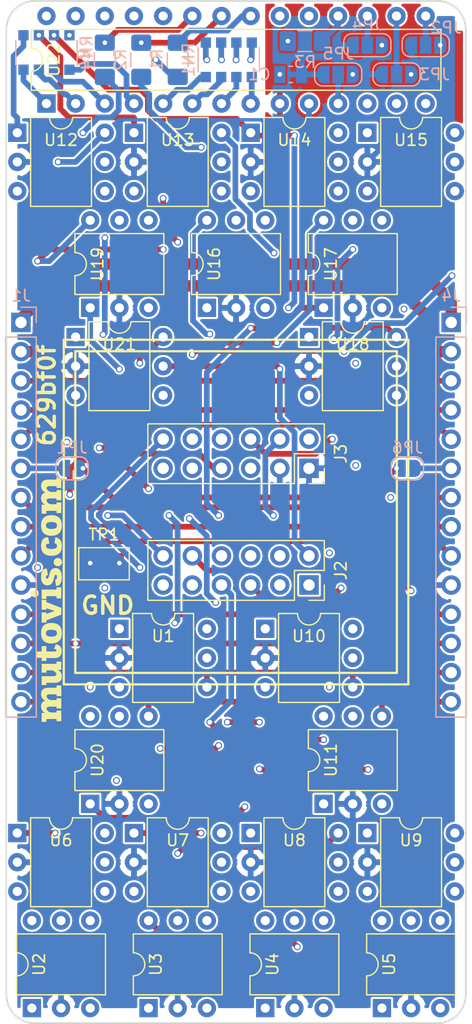
<source format=kicad_pcb>
(kicad_pcb (version 20171130) (host pcbnew 5.0.2)
  (layers (0 F.Cu mixed) (1 In1.Cu signal) (2 In2.Cu signal) (31 B.Cu mixed) (34 B.Paste user) (35 F.Paste user) (36 B.SilkS user) (37 F.SilkS user) (38 B.Mask user) (39 F.Mask user) (44 Edge.Cuts user))
  (net 0 "")
  (net 1 MISO)
  (net 2 +5V)
  (net 3 SCK)
  (net 4 MOSI)
  (net 5 GND)
  (net 6 SDA)
  (net 7 SCL)
  (net 8 +3V3)
  (net 9 V_D)
  (net 10 "Net-(J1-Pad6)")
  (net 11 I+)
  (net 12 V+)
  (net 13 V-)
  (net 14 I-)
  (net 15 /I2)
  (net 16 /V2)
  (net 17 /I4)
  (net 18 /VT)
  (net 19 /V4)
  (net 20 /IT)
  (net 21 /I6)
  (net 22 /V8)
  (net 23 /V6)
  (net 24 /I8)
  (net 25 /I1)
  (net 26 /V1)
  (net 27 /VB)
  (net 28 /I3)
  (net 29 /IB)
  (net 30 /V3)
  (net 31 /V7)
  (net 32 /I5)
  (net 33 /I7)
  (net 34 /V5)
  (net 35 "Net-(J4-Pad6)")
  (net 36 ~CS)
  (net 37 A0)
  (net 38 A1)
  (net 39 A2)
  (net 40 /TOP)
  (net 41 /P1)
  (net 42 /P2)
  (net 43 /P3)
  (net 44 /P4)
  (net 45 /P5)
  (net 46 /P6)
  (net 47 /P7)
  (net 48 /P8)
  (net 49 /BOT)
  (net 50 /V_D_EN)
  (net 51 "Net-(R3-Pad2)")
  (net 52 "Net-(RN4-Pad2)")
  (net 53 "Net-(RN4-Pad3)")
  (net 54 "Net-(RN4-Pad1)")
  (net 55 "Net-(RN4-Pad4)")
  (net 56 "Net-(U1-Pad3)")
  (net 57 "Net-(U1-Pad5)")
  (net 58 "Net-(U2-Pad5)")
  (net 59 "Net-(U2-Pad3)")
  (net 60 "Net-(U3-Pad3)")
  (net 61 "Net-(U3-Pad5)")
  (net 62 "Net-(U4-Pad5)")
  (net 63 "Net-(U4-Pad3)")
  (net 64 "Net-(U5-Pad3)")
  (net 65 "Net-(U5-Pad5)")
  (net 66 "Net-(U6-Pad5)")
  (net 67 "Net-(U6-Pad3)")
  (net 68 "Net-(U7-Pad3)")
  (net 69 "Net-(U7-Pad5)")
  (net 70 "Net-(U8-Pad5)")
  (net 71 "Net-(U8-Pad3)")
  (net 72 "Net-(U9-Pad3)")
  (net 73 "Net-(U9-Pad5)")
  (net 74 "Net-(U10-Pad5)")
  (net 75 "Net-(U10-Pad3)")
  (net 76 "Net-(U11-Pad5)")
  (net 77 "Net-(U11-Pad3)")
  (net 78 "Net-(U12-Pad3)")
  (net 79 "Net-(U12-Pad5)")
  (net 80 "Net-(U13-Pad5)")
  (net 81 "Net-(U13-Pad3)")
  (net 82 "Net-(U14-Pad3)")
  (net 83 "Net-(U14-Pad5)")
  (net 84 "Net-(U15-Pad5)")
  (net 85 "Net-(U15-Pad3)")
  (net 86 "Net-(U16-Pad5)")
  (net 87 "Net-(U16-Pad3)")
  (net 88 "Net-(U17-Pad3)")
  (net 89 "Net-(U17-Pad5)")
  (net 90 "Net-(U18-Pad5)")
  (net 91 "Net-(U18-Pad3)")
  (net 92 "Net-(U19-Pad3)")
  (net 93 "Net-(U19-Pad5)")
  (net 94 "Net-(U20-Pad5)")
  (net 95 "Net-(U20-Pad3)")
  (net 96 "Net-(U21-Pad3)")
  (net 97 "Net-(U21-Pad4)")
  (net 98 "Net-(U22-Pad19)")
  (net 99 "Net-(U22-Pad20)")
  (net 100 "Net-(U22-Pad24)")
  (net 101 "Net-(U22-Pad25)")
  (net 102 "Net-(U22-Pad26)")
  (net 103 "Net-(U22-Pad27)")
  (net 104 "Net-(U22-Pad28)")
  (net 105 "Net-(J2-Pad4)")
  (net 106 /RSense)
  (net 107 "Net-(RN1-Pad6)")
  (net 108 "Net-(RN1-Pad5)")
  (net 109 "Net-(RN1-Pad8)")
  (net 110 "Net-(RN1-Pad7)")
  (net 111 "Net-(R1-Pad1)")
  (net 112 "Net-(R2-Pad1)")
  (net 113 "Net-(R4-Pad1)")
  (module Package_DIP:DIP-28_W7.62mm (layer F.Cu) (at -16.51 -35.56 90)
    (fp_text reference U22 (at 3.81 0.635 90) (layer F.SilkS))
    (fp_text value MCP23S17)
    (pad 1 thru_hole rect (at 0 0 90) (size 1.6 1.6) (drill 0.8) (layers *.Cu *.Mask) (net 55 "Net-(RN4-Pad4)"))
    (pad 15 thru_hole oval (at 7.62 33.02 90) (size 1.6 1.6) (drill 0.8) (layers *.Cu *.Mask) (net 37 A0))
    (pad 2 thru_hole oval (at 0 2.54 90) (size 1.6 1.6) (drill 0.8) (layers *.Cu *.Mask) (net 53 "Net-(RN4-Pad3)"))
    (pad 16 thru_hole oval (at 7.62 30.48 90) (size 1.6 1.6) (drill 0.8) (layers *.Cu *.Mask) (net 38 A1))
    (pad 3 thru_hole oval (at 0 5.08 90) (size 1.6 1.6) (drill 0.8) (layers *.Cu *.Mask) (net 52 "Net-(RN4-Pad2)"))
    (pad 17 thru_hole oval (at 7.62 27.94 90) (size 1.6 1.6) (drill 0.8) (layers *.Cu *.Mask) (net 39 A2))
    (pad 4 thru_hole oval (at 0 7.62 90) (size 1.6 1.6) (drill 0.8) (layers *.Cu *.Mask) (net 54 "Net-(RN4-Pad1)"))
    (pad 18 thru_hole oval (at 7.62 25.4 90) (size 1.6 1.6) (drill 0.8) (layers *.Cu *.Mask) (net 51 "Net-(R3-Pad2)"))
    (pad 5 thru_hole oval (at 0 10.16 90) (size 1.6 1.6) (drill 0.8) (layers *.Cu *.Mask) (net 109 "Net-(RN1-Pad8)"))
    (pad 19 thru_hole oval (at 7.62 22.86 90) (size 1.6 1.6) (drill 0.8) (layers *.Cu *.Mask) (net 98 "Net-(U22-Pad19)"))
    (pad 6 thru_hole oval (at 0 12.7 90) (size 1.6 1.6) (drill 0.8) (layers *.Cu *.Mask) (net 110 "Net-(RN1-Pad7)"))
    (pad 20 thru_hole oval (at 7.62 20.32 90) (size 1.6 1.6) (drill 0.8) (layers *.Cu *.Mask) (net 99 "Net-(U22-Pad20)"))
    (pad 7 thru_hole oval (at 0 15.24 90) (size 1.6 1.6) (drill 0.8) (layers *.Cu *.Mask) (net 107 "Net-(RN1-Pad6)"))
    (pad 21 thru_hole oval (at 7.62 17.78 90) (size 1.6 1.6) (drill 0.8) (layers *.Cu *.Mask) (net 111 "Net-(R1-Pad1)"))
    (pad 8 thru_hole oval (at 0 17.78 90) (size 1.6 1.6) (drill 0.8) (layers *.Cu *.Mask) (net 108 "Net-(RN1-Pad5)"))
    (pad 22 thru_hole oval (at 7.62 15.24 90) (size 1.6 1.6) (drill 0.8) (layers *.Cu *.Mask) (net 112 "Net-(R2-Pad1)"))
    (pad 9 thru_hole oval (at 0 20.32 90) (size 1.6 1.6) (drill 0.8) (layers *.Cu *.Mask) (net 2 +5V))
    (pad 23 thru_hole oval (at 7.62 12.7 90) (size 1.6 1.6) (drill 0.8) (layers *.Cu *.Mask) (net 113 "Net-(R4-Pad1)"))
    (pad 10 thru_hole oval (at 0 22.86 90) (size 1.6 1.6) (drill 0.8) (layers *.Cu *.Mask) (net 5 GND))
    (pad 24 thru_hole oval (at 7.62 10.16 90) (size 1.6 1.6) (drill 0.8) (layers *.Cu *.Mask) (net 100 "Net-(U22-Pad24)"))
    (pad 11 thru_hole oval (at 0 25.4 90) (size 1.6 1.6) (drill 0.8) (layers *.Cu *.Mask) (net 36 ~CS))
    (pad 25 thru_hole oval (at 7.62 7.62 90) (size 1.6 1.6) (drill 0.8) (layers *.Cu *.Mask) (net 101 "Net-(U22-Pad25)"))
    (pad 12 thru_hole oval (at 0 27.94 90) (size 1.6 1.6) (drill 0.8) (layers *.Cu *.Mask) (net 3 SCK))
    (pad 26 thru_hole oval (at 7.62 5.08 90) (size 1.6 1.6) (drill 0.8) (layers *.Cu *.Mask) (net 102 "Net-(U22-Pad26)"))
    (pad 13 thru_hole oval (at 0 30.48 90) (size 1.6 1.6) (drill 0.8) (layers *.Cu *.Mask) (net 4 MOSI))
    (pad 27 thru_hole oval (at 7.62 2.54 90) (size 1.6 1.6) (drill 0.8) (layers *.Cu *.Mask) (net 103 "Net-(U22-Pad27)"))
    (pad 14 thru_hole oval (at 0 33.02 90) (size 1.6 1.6) (drill 0.8) (layers *.Cu *.Mask) (net 1 MISO))
    (pad 28 thru_hole oval (at 7.62 0 90) (size 1.6 1.6) (drill 0.8) (layers *.Cu *.Mask) (net 104 "Net-(U22-Pad28)"))
  )
  (module myParts:Test_Point_S1751-46R (layer F.Cu) (at -11.5 4.5)
    (fp_text reference TP1 (at 0 -2.54) (layer F.SilkS))
    (fp_text value Test_Point)
    (pad 1 smd rect (at 0 0) (size 3.45 1.85) (layers F.Cu F.Mask) (net 5 GND))
  )
  (module Capacitor_SMD:C_0805_2012Metric (layer B.Cu) (at 4.76 -38.095)
    (fp_text reference C1 (at -2.728 -0.005) (layer B.SilkS) (effects (justify mirror)))
    (fp_text value 0.1uF)
    (pad 1 smd rect (at -0.955 0) (size 0.97 1.5) (layers B.Cu B.Paste B.Mask) (net 2 +5V))
    (pad 2 smd rect (at 0.955 0) (size 0.97 1.5) (layers B.Cu B.Paste B.Mask) (net 5 GND))
  )
  (module Connector_PinHeader_2.54mm:PinHeader_1x14_P2.54mm_Vertical (layer B.Cu) (at -18.73 -16.505 180)
    (fp_text reference J1 (at 0 2.33 180) (layer B.SilkS) (effects (justify mirror)))
    (fp_text value Conn_01x14)
    (pad 1 thru_hole rect (at 0 0 180) (size 1.7 1.7) (drill 1) (layers *.Cu *.Mask) (net 2 +5V))
    (pad 2 thru_hole oval (at 0 -2.54 180) (size 1.7 1.7) (drill 1) (layers *.Cu *.Mask) (net 8 +3V3))
    (pad 3 thru_hole oval (at 0 -5.08 180) (size 1.7 1.7) (drill 1) (layers *.Cu *.Mask) (net 9 V_D))
    (pad 4 thru_hole oval (at 0 -7.62 180) (size 1.7 1.7) (drill 1) (layers *.Cu *.Mask) (net 6 SDA))
    (pad 5 thru_hole oval (at 0 -10.16 180) (size 1.7 1.7) (drill 1) (layers *.Cu *.Mask) (net 7 SCL))
    (pad 6 thru_hole oval (at 0 -12.7 180) (size 1.7 1.7) (drill 1) (layers *.Cu *.Mask) (net 10 "Net-(J1-Pad6)"))
    (pad 7 thru_hole oval (at 0 -15.24 180) (size 1.7 1.7) (drill 1) (layers *.Cu *.Mask) (net 1 MISO))
    (pad 8 thru_hole oval (at 0 -17.78 180) (size 1.7 1.7) (drill 1) (layers *.Cu *.Mask) (net 4 MOSI))
    (pad 9 thru_hole oval (at 0 -20.32 180) (size 1.7 1.7) (drill 1) (layers *.Cu *.Mask) (net 3 SCK))
    (pad 10 thru_hole oval (at 0 -22.86 180) (size 1.7 1.7) (drill 1) (layers *.Cu *.Mask) (net 5 GND))
    (pad 11 thru_hole oval (at 0 -25.4 180) (size 1.7 1.7) (drill 1) (layers *.Cu *.Mask) (net 11 I+))
    (pad 12 thru_hole oval (at 0 -27.94 180) (size 1.7 1.7) (drill 1) (layers *.Cu *.Mask) (net 12 V+))
    (pad 13 thru_hole oval (at 0 -30.48 180) (size 1.7 1.7) (drill 1) (layers *.Cu *.Mask) (net 13 V-))
    (pad 14 thru_hole oval (at 0 -33.02 180) (size 1.7 1.7) (drill 1) (layers *.Cu *.Mask) (net 14 I-))
  )
  (module Connector_PinSocket_2.54mm:PinSocket_2x06_P2.54mm_Vertical (layer F.Cu) (at 6.35 6.35 270)
    (fp_text reference J2 (at -1.27 -2.77 270) (layer F.SilkS))
    (fp_text value Conn_02x06_Odd_Even)
    (pad 12 thru_hole oval (at -2.54 12.7 270) (size 1.7 1.7) (drill 1) (layers *.Cu *.Mask) (net 24 /I8))
    (pad 11 thru_hole oval (at 0 12.7 270) (size 1.7 1.7) (drill 1) (layers *.Cu *.Mask) (net 23 /V6))
    (pad 10 thru_hole oval (at -2.54 10.16 270) (size 1.7 1.7) (drill 1) (layers *.Cu *.Mask) (net 22 /V8))
    (pad 9 thru_hole oval (at 0 10.16 270) (size 1.7 1.7) (drill 1) (layers *.Cu *.Mask) (net 21 /I6))
    (pad 8 thru_hole oval (at -2.54 7.62 270) (size 1.7 1.7) (drill 1) (layers *.Cu *.Mask) (net 20 /IT))
    (pad 7 thru_hole oval (at 0 7.62 270) (size 1.7 1.7) (drill 1) (layers *.Cu *.Mask) (net 19 /V4))
    (pad 6 thru_hole oval (at -2.54 5.08 270) (size 1.7 1.7) (drill 1) (layers *.Cu *.Mask) (net 18 /VT))
    (pad 5 thru_hole oval (at 0 5.08 270) (size 1.7 1.7) (drill 1) (layers *.Cu *.Mask) (net 17 /I4))
    (pad 4 thru_hole oval (at -2.54 2.54 270) (size 1.7 1.7) (drill 1) (layers *.Cu *.Mask) (net 105 "Net-(J2-Pad4)"))
    (pad 3 thru_hole oval (at 0 2.54 270) (size 1.7 1.7) (drill 1) (layers *.Cu *.Mask) (net 16 /V2))
    (pad 2 thru_hole oval (at -2.54 0 270) (size 1.7 1.7) (drill 1) (layers *.Cu *.Mask) (net 106 /RSense))
    (pad 1 thru_hole rect (at 0 0 270) (size 1.7 1.7) (drill 1) (layers *.Cu *.Mask) (net 15 /I2))
  )
  (module Connector_PinSocket_2.54mm:PinSocket_2x06_P2.54mm_Vertical (layer F.Cu) (at 6.35 -3.81 270)
    (fp_text reference J3 (at -1.27 -2.77 270) (layer F.SilkS))
    (fp_text value Conn_02x06_Odd_Even)
    (pad 1 thru_hole rect (at 0 0 270) (size 1.7 1.7) (drill 1) (layers *.Cu *.Mask) (net 5 GND))
    (pad 2 thru_hole oval (at -2.54 0 270) (size 1.7 1.7) (drill 1) (layers *.Cu *.Mask) (net 25 /I1))
    (pad 3 thru_hole oval (at 0 2.54 270) (size 1.7 1.7) (drill 1) (layers *.Cu *.Mask) (net 5 GND))
    (pad 4 thru_hole oval (at -2.54 2.54 270) (size 1.7 1.7) (drill 1) (layers *.Cu *.Mask) (net 26 /V1))
    (pad 5 thru_hole oval (at 0 5.08 270) (size 1.7 1.7) (drill 1) (layers *.Cu *.Mask) (net 27 /VB))
    (pad 6 thru_hole oval (at -2.54 5.08 270) (size 1.7 1.7) (drill 1) (layers *.Cu *.Mask) (net 28 /I3))
    (pad 7 thru_hole oval (at 0 7.62 270) (size 1.7 1.7) (drill 1) (layers *.Cu *.Mask) (net 29 /IB))
    (pad 8 thru_hole oval (at -2.54 7.62 270) (size 1.7 1.7) (drill 1) (layers *.Cu *.Mask) (net 30 /V3))
    (pad 9 thru_hole oval (at 0 10.16 270) (size 1.7 1.7) (drill 1) (layers *.Cu *.Mask) (net 31 /V7))
    (pad 10 thru_hole oval (at -2.54 10.16 270) (size 1.7 1.7) (drill 1) (layers *.Cu *.Mask) (net 32 /I5))
    (pad 11 thru_hole oval (at 0 12.7 270) (size 1.7 1.7) (drill 1) (layers *.Cu *.Mask) (net 33 /I7))
    (pad 12 thru_hole oval (at -2.54 12.7 270) (size 1.7 1.7) (drill 1) (layers *.Cu *.Mask) (net 34 /V5))
  )
  (module Connector_PinHeader_2.54mm:PinHeader_1x14_P2.54mm_Vertical (layer B.Cu) (at 18.73 -16.505 180)
    (fp_text reference J4 (at 0 2.33 180) (layer B.SilkS) (effects (justify mirror)))
    (fp_text value Conn_01x14)
    (pad 14 thru_hole oval (at 0 -33.02 180) (size 1.7 1.7) (drill 1) (layers *.Cu *.Mask) (net 14 I-))
    (pad 13 thru_hole oval (at 0 -30.48 180) (size 1.7 1.7) (drill 1) (layers *.Cu *.Mask) (net 13 V-))
    (pad 12 thru_hole oval (at 0 -27.94 180) (size 1.7 1.7) (drill 1) (layers *.Cu *.Mask) (net 12 V+))
    (pad 11 thru_hole oval (at 0 -25.4 180) (size 1.7 1.7) (drill 1) (layers *.Cu *.Mask) (net 11 I+))
    (pad 10 thru_hole oval (at 0 -22.86 180) (size 1.7 1.7) (drill 1) (layers *.Cu *.Mask) (net 5 GND))
    (pad 9 thru_hole oval (at 0 -20.32 180) (size 1.7 1.7) (drill 1) (layers *.Cu *.Mask) (net 3 SCK))
    (pad 8 thru_hole oval (at 0 -17.78 180) (size 1.7 1.7) (drill 1) (layers *.Cu *.Mask) (net 4 MOSI))
    (pad 7 thru_hole oval (at 0 -15.24 180) (size 1.7 1.7) (drill 1) (layers *.Cu *.Mask) (net 1 MISO))
    (pad 6 thru_hole oval (at 0 -12.7 180) (size 1.7 1.7) (drill 1) (layers *.Cu *.Mask) (net 35 "Net-(J4-Pad6)"))
    (pad 5 thru_hole oval (at 0 -10.16 180) (size 1.7 1.7) (drill 1) (layers *.Cu *.Mask) (net 7 SCL))
    (pad 4 thru_hole oval (at 0 -7.62 180) (size 1.7 1.7) (drill 1) (layers *.Cu *.Mask) (net 6 SDA))
    (pad 3 thru_hole oval (at 0 -5.08 180) (size 1.7 1.7) (drill 1) (layers *.Cu *.Mask) (net 9 V_D))
    (pad 2 thru_hole oval (at 0 -2.54 180) (size 1.7 1.7) (drill 1) (layers *.Cu *.Mask) (net 8 +3V3))
    (pad 1 thru_hole rect (at 0 0 180) (size 1.7 1.7) (drill 1) (layers *.Cu *.Mask) (net 2 +5V))
  )
  (module Jumper:SolderJumper-2_P1.3mm_Open_RoundedPad1.0x1.5mm (layer B.Cu) (at -14.29 -3.805 180)
    (fp_text reference JP1 (at 0 1.8 180) (layer B.SilkS) (effects (justify mirror)))
    (fp_text value Jumper_NC_Small)
    (pad 2 smd rect (at 0.4 0 180) (size 0.5 1.5) (layers B.Cu B.Mask) (net 10 "Net-(J1-Pad6)"))
    (pad 1 smd rect (at -0.4 0 180) (size 0.5 1.5) (layers B.Cu B.Mask) (net 36 ~CS))
    (pad 1 smd roundrect (at -0.65 0 180) (size 1 1.5) (layers B.Cu B.Mask) (roundrect_rratio 0.5) (net 36 ~CS))
    (pad 2 smd roundrect (at 0.65 0 180) (size 1 1.5) (layers B.Cu B.Mask) (roundrect_rratio 0.5) (net 10 "Net-(J1-Pad6)"))
  )
  (module Jumper:SolderJumper-3_P1.3mm_Open_RoundedPad1.0x1.5mm_NumberLabels (layer B.Cu) (at 16.51 -40.64 180)
    (fp_text reference JP2 (at -1.778 1.524 180) (layer B.SilkS) (effects (justify mirror)))
    (fp_text value Jumper_NC_Dual)
    (pad 3 smd rect (at 1 0 180) (size 0.5 1.5) (layers B.Cu B.Mask) (net 5 GND))
    (pad 3 smd roundrect (at 1.3 0 180) (size 1 1.5) (layers B.Cu B.Mask) (roundrect_rratio 0.5) (net 5 GND))
    (pad 2 smd rect (at 0 0 180) (size 1 1.5) (layers B.Cu B.Mask) (net 37 A0))
    (pad 1 smd rect (at -1 0 180) (size 0.5 1.5) (layers B.Cu B.Mask) (net 2 +5V))
    (pad 1 smd roundrect (at -1.3 0 180) (size 1 1.5) (layers B.Cu B.Mask) (roundrect_rratio 0.5) (net 2 +5V))
  )
  (module Jumper:SolderJumper-3_P1.3mm_Open_RoundedPad1.0x1.5mm_NumberLabels (layer B.Cu) (at 13.97 -38.095 180)
    (fp_text reference JP3 (at -3.302 0.005 180) (layer B.SilkS) (effects (justify mirror)))
    (fp_text value Jumper_NC_Dual)
    (pad 1 smd roundrect (at -1.3 0 180) (size 1 1.5) (layers B.Cu B.Mask) (roundrect_rratio 0.5) (net 2 +5V))
    (pad 1 smd rect (at -1 0 180) (size 0.5 1.5) (layers B.Cu B.Mask) (net 2 +5V))
    (pad 2 smd rect (at 0 0 180) (size 1 1.5) (layers B.Cu B.Mask) (net 38 A1))
    (pad 3 smd roundrect (at 1.3 0 180) (size 1 1.5) (layers B.Cu B.Mask) (roundrect_rratio 0.5) (net 5 GND))
    (pad 3 smd rect (at 1 0 180) (size 0.5 1.5) (layers B.Cu B.Mask) (net 5 GND))
  )
  (module Jumper:SolderJumper-3_P1.3mm_Open_RoundedPad1.0x1.5mm_NumberLabels (layer B.Cu) (at 11.43 -40.64 180)
    (fp_text reference JP4 (at 0 1.8 180) (layer B.SilkS) (effects (justify mirror)))
    (fp_text value Jumper_NC_Dual)
    (pad 1 smd roundrect (at -1.3 0 180) (size 1 1.5) (layers B.Cu B.Mask) (roundrect_rratio 0.5) (net 2 +5V))
    (pad 1 smd rect (at -1 0 180) (size 0.5 1.5) (layers B.Cu B.Mask) (net 2 +5V))
    (pad 2 smd rect (at 0 0 180) (size 1 1.5) (layers B.Cu B.Mask) (net 39 A2))
    (pad 3 smd roundrect (at 1.3 0 180) (size 1 1.5) (layers B.Cu B.Mask) (roundrect_rratio 0.5) (net 5 GND))
    (pad 3 smd rect (at 1 0 180) (size 0.5 1.5) (layers B.Cu B.Mask) (net 5 GND))
  )
  (module Jumper:SolderJumper-3_P1.3mm_Open_RoundedPad1.0x1.5mm_NumberLabels (layer B.Cu) (at 8.89 -38.095 180)
    (fp_text reference JP5 (at 0 1.8 180) (layer B.SilkS) (effects (justify mirror)))
    (fp_text value Jumper_NC_Dual)
    (pad 3 smd rect (at 1 0 180) (size 0.5 1.5) (layers B.Cu B.Mask) (net 5 GND))
    (pad 3 smd roundrect (at 1.3 0 180) (size 1 1.5) (layers B.Cu B.Mask) (roundrect_rratio 0.5) (net 5 GND))
    (pad 2 smd rect (at 0 0 180) (size 1 1.5) (layers B.Cu B.Mask) (net 36 ~CS))
    (pad 1 smd rect (at -1 0 180) (size 0.5 1.5) (layers B.Cu B.Mask) (net 2 +5V))
    (pad 1 smd roundrect (at -1.3 0 180) (size 1 1.5) (layers B.Cu B.Mask) (roundrect_rratio 0.5) (net 2 +5V))
  )
  (module Jumper:SolderJumper-2_P1.3mm_Open_RoundedPad1.0x1.5mm (layer B.Cu) (at 14.92 -3.805 180)
    (fp_text reference JP6 (at 0 1.8 180) (layer B.SilkS) (effects (justify mirror)))
    (fp_text value Jumper_NC_Small)
    (pad 2 smd roundrect (at 0.65 0 180) (size 1 1.5) (layers B.Cu B.Mask) (roundrect_rratio 0.5) (net 36 ~CS))
    (pad 1 smd roundrect (at -0.65 0 180) (size 1 1.5) (layers B.Cu B.Mask) (roundrect_rratio 0.5) (net 35 "Net-(J4-Pad6)"))
    (pad 1 smd rect (at -0.4 0 180) (size 0.5 1.5) (layers B.Cu B.Mask) (net 35 "Net-(J4-Pad6)"))
    (pad 2 smd rect (at 0.4 0 180) (size 0.5 1.5) (layers B.Cu B.Mask) (net 36 ~CS))
  )
  (module Package_DIP:DIP-6_W7.62mm (layer F.Cu) (at -10.16 10.16)
    (fp_text reference U1 (at 3.81 0.635) (layer F.SilkS))
    (fp_text value ASSR-1611)
    (pad 6 thru_hole oval (at 7.62 0) (size 1.6 1.6) (drill 0.8) (layers *.Cu *.Mask) (net 18 /VT))
    (pad 3 thru_hole oval (at 0 5.08) (size 1.6 1.6) (drill 0.8) (layers *.Cu *.Mask) (net 56 "Net-(U1-Pad3)"))
    (pad 5 thru_hole oval (at 7.62 2.54) (size 1.6 1.6) (drill 0.8) (layers *.Cu *.Mask) (net 57 "Net-(U1-Pad5)"))
    (pad 2 thru_hole oval (at 0 2.54) (size 1.6 1.6) (drill 0.8) (layers *.Cu *.Mask) (net 5 GND))
    (pad 4 thru_hole oval (at 7.62 5.08) (size 1.6 1.6) (drill 0.8) (layers *.Cu *.Mask) (net 13 V-))
    (pad 1 thru_hole rect (at 0 0) (size 1.6 1.6) (drill 0.8) (layers *.Cu *.Mask) (net 40 /TOP))
  )
  (module Package_DIP:DIP-6_W7.62mm (layer F.Cu) (at -17.78 43.18 90)
    (fp_text reference U2 (at 3.81 0.635 90) (layer F.SilkS))
    (fp_text value ASSR-1611)
    (pad 1 thru_hole rect (at 0 0 90) (size 1.6 1.6) (drill 0.8) (layers *.Cu *.Mask) (net 41 /P1))
    (pad 4 thru_hole oval (at 7.62 5.08 90) (size 1.6 1.6) (drill 0.8) (layers *.Cu *.Mask) (net 12 V+))
    (pad 2 thru_hole oval (at 0 2.54 90) (size 1.6 1.6) (drill 0.8) (layers *.Cu *.Mask) (net 5 GND))
    (pad 5 thru_hole oval (at 7.62 2.54 90) (size 1.6 1.6) (drill 0.8) (layers *.Cu *.Mask) (net 58 "Net-(U2-Pad5)"))
    (pad 3 thru_hole oval (at 0 5.08 90) (size 1.6 1.6) (drill 0.8) (layers *.Cu *.Mask) (net 59 "Net-(U2-Pad3)"))
    (pad 6 thru_hole oval (at 7.62 0 90) (size 1.6 1.6) (drill 0.8) (layers *.Cu *.Mask) (net 26 /V1))
  )
  (module Package_DIP:DIP-6_W7.62mm (layer F.Cu) (at -7.62 43.18 90)
    (fp_text reference U3 (at 3.81 0.635 90) (layer F.SilkS))
    (fp_text value ASSR-1611)
    (pad 6 thru_hole oval (at 7.62 0 90) (size 1.6 1.6) (drill 0.8) (layers *.Cu *.Mask) (net 16 /V2))
    (pad 3 thru_hole oval (at 0 5.08 90) (size 1.6 1.6) (drill 0.8) (layers *.Cu *.Mask) (net 60 "Net-(U3-Pad3)"))
    (pad 5 thru_hole oval (at 7.62 2.54 90) (size 1.6 1.6) (drill 0.8) (layers *.Cu *.Mask) (net 61 "Net-(U3-Pad5)"))
    (pad 2 thru_hole oval (at 0 2.54 90) (size 1.6 1.6) (drill 0.8) (layers *.Cu *.Mask) (net 5 GND))
    (pad 4 thru_hole oval (at 7.62 5.08 90) (size 1.6 1.6) (drill 0.8) (layers *.Cu *.Mask) (net 12 V+))
    (pad 1 thru_hole rect (at 0 0 90) (size 1.6 1.6) (drill 0.8) (layers *.Cu *.Mask) (net 42 /P2))
  )
  (module Package_DIP:DIP-6_W7.62mm (layer F.Cu) (at 2.54 43.18 90)
    (fp_text reference U4 (at 3.81 0.635 90) (layer F.SilkS))
    (fp_text value ASSR-1611)
    (pad 1 thru_hole rect (at 0 0 90) (size 1.6 1.6) (drill 0.8) (layers *.Cu *.Mask) (net 43 /P3))
    (pad 4 thru_hole oval (at 7.62 5.08 90) (size 1.6 1.6) (drill 0.8) (layers *.Cu *.Mask) (net 12 V+))
    (pad 2 thru_hole oval (at 0 2.54 90) (size 1.6 1.6) (drill 0.8) (layers *.Cu *.Mask) (net 5 GND))
    (pad 5 thru_hole oval (at 7.62 2.54 90) (size 1.6 1.6) (drill 0.8) (layers *.Cu *.Mask) (net 62 "Net-(U4-Pad5)"))
    (pad 3 thru_hole oval (at 0 5.08 90) (size 1.6 1.6) (drill 0.8) (layers *.Cu *.Mask) (net 63 "Net-(U4-Pad3)"))
    (pad 6 thru_hole oval (at 7.62 0 90) (size 1.6 1.6) (drill 0.8) (layers *.Cu *.Mask) (net 30 /V3))
  )
  (module Package_DIP:DIP-6_W7.62mm (layer F.Cu) (at 12.7 43.18 90)
    (fp_text reference U5 (at 3.81 0.635 90) (layer F.SilkS))
    (fp_text value ASSR-1611)
    (pad 6 thru_hole oval (at 7.62 0 90) (size 1.6 1.6) (drill 0.8) (layers *.Cu *.Mask) (net 19 /V4))
    (pad 3 thru_hole oval (at 0 5.08 90) (size 1.6 1.6) (drill 0.8) (layers *.Cu *.Mask) (net 64 "Net-(U5-Pad3)"))
    (pad 5 thru_hole oval (at 7.62 2.54 90) (size 1.6 1.6) (drill 0.8) (layers *.Cu *.Mask) (net 65 "Net-(U5-Pad5)"))
    (pad 2 thru_hole oval (at 0 2.54 90) (size 1.6 1.6) (drill 0.8) (layers *.Cu *.Mask) (net 5 GND))
    (pad 4 thru_hole oval (at 7.62 5.08 90) (size 1.6 1.6) (drill 0.8) (layers *.Cu *.Mask) (net 12 V+))
    (pad 1 thru_hole rect (at 0 0 90) (size 1.6 1.6) (drill 0.8) (layers *.Cu *.Mask) (net 44 /P4))
  )
  (module Package_DIP:DIP-6_W7.62mm (layer F.Cu) (at -19.05 27.94)
    (fp_text reference U6 (at 3.81 0.635) (layer F.SilkS))
    (fp_text value ASSR-1611)
    (pad 1 thru_hole rect (at 0 0) (size 1.6 1.6) (drill 0.8) (layers *.Cu *.Mask) (net 45 /P5))
    (pad 4 thru_hole oval (at 7.62 5.08) (size 1.6 1.6) (drill 0.8) (layers *.Cu *.Mask) (net 12 V+))
    (pad 2 thru_hole oval (at 0 2.54) (size 1.6 1.6) (drill 0.8) (layers *.Cu *.Mask) (net 5 GND))
    (pad 5 thru_hole oval (at 7.62 2.54) (size 1.6 1.6) (drill 0.8) (layers *.Cu *.Mask) (net 66 "Net-(U6-Pad5)"))
    (pad 3 thru_hole oval (at 0 5.08) (size 1.6 1.6) (drill 0.8) (layers *.Cu *.Mask) (net 67 "Net-(U6-Pad3)"))
    (pad 6 thru_hole oval (at 7.62 0) (size 1.6 1.6) (drill 0.8) (layers *.Cu *.Mask) (net 34 /V5))
  )
  (module Package_DIP:DIP-6_W7.62mm (layer F.Cu) (at -8.89 27.94)
    (fp_text reference U7 (at 3.81 0.635) (layer F.SilkS))
    (fp_text value ASSR-1611)
    (pad 6 thru_hole oval (at 7.62 0) (size 1.6 1.6) (drill 0.8) (layers *.Cu *.Mask) (net 23 /V6))
    (pad 3 thru_hole oval (at 0 5.08) (size 1.6 1.6) (drill 0.8) (layers *.Cu *.Mask) (net 68 "Net-(U7-Pad3)"))
    (pad 5 thru_hole oval (at 7.62 2.54) (size 1.6 1.6) (drill 0.8) (layers *.Cu *.Mask) (net 69 "Net-(U7-Pad5)"))
    (pad 2 thru_hole oval (at 0 2.54) (size 1.6 1.6) (drill 0.8) (layers *.Cu *.Mask) (net 5 GND))
    (pad 4 thru_hole oval (at 7.62 5.08) (size 1.6 1.6) (drill 0.8) (layers *.Cu *.Mask) (net 12 V+))
    (pad 1 thru_hole rect (at 0 0) (size 1.6 1.6) (drill 0.8) (layers *.Cu *.Mask) (net 46 /P6))
  )
  (module Package_DIP:DIP-6_W7.62mm (layer F.Cu) (at 1.27 27.94)
    (fp_text reference U8 (at 3.81 0.635) (layer F.SilkS))
    (fp_text value ASSR-1611)
    (pad 1 thru_hole rect (at 0 0) (size 1.6 1.6) (drill 0.8) (layers *.Cu *.Mask) (net 47 /P7))
    (pad 4 thru_hole oval (at 7.62 5.08) (size 1.6 1.6) (drill 0.8) (layers *.Cu *.Mask) (net 12 V+))
    (pad 2 thru_hole oval (at 0 2.54) (size 1.6 1.6) (drill 0.8) (layers *.Cu *.Mask) (net 5 GND))
    (pad 5 thru_hole oval (at 7.62 2.54) (size 1.6 1.6) (drill 0.8) (layers *.Cu *.Mask) (net 70 "Net-(U8-Pad5)"))
    (pad 3 thru_hole oval (at 0 5.08) (size 1.6 1.6) (drill 0.8) (layers *.Cu *.Mask) (net 71 "Net-(U8-Pad3)"))
    (pad 6 thru_hole oval (at 7.62 0) (size 1.6 1.6) (drill 0.8) (layers *.Cu *.Mask) (net 31 /V7))
  )
  (module Package_DIP:DIP-6_W7.62mm (layer F.Cu) (at 11.43 27.94)
    (fp_text reference U9 (at 3.81 0.635) (layer F.SilkS))
    (fp_text value ASSR-1611)
    (pad 6 thru_hole oval (at 7.62 0) (size 1.6 1.6) (drill 0.8) (layers *.Cu *.Mask) (net 22 /V8))
    (pad 3 thru_hole oval (at 0 5.08) (size 1.6 1.6) (drill 0.8) (layers *.Cu *.Mask) (net 72 "Net-(U9-Pad3)"))
    (pad 5 thru_hole oval (at 7.62 2.54) (size 1.6 1.6) (drill 0.8) (layers *.Cu *.Mask) (net 73 "Net-(U9-Pad5)"))
    (pad 2 thru_hole oval (at 0 2.54) (size 1.6 1.6) (drill 0.8) (layers *.Cu *.Mask) (net 5 GND))
    (pad 4 thru_hole oval (at 7.62 5.08) (size 1.6 1.6) (drill 0.8) (layers *.Cu *.Mask) (net 12 V+))
    (pad 1 thru_hole rect (at 0 0) (size 1.6 1.6) (drill 0.8) (layers *.Cu *.Mask) (net 48 /P8))
  )
  (module Package_DIP:DIP-6_W7.62mm (layer F.Cu) (at 2.54 10.16)
    (fp_text reference U10 (at 3.81 0.635) (layer F.SilkS))
    (fp_text value ASSR-1611)
    (pad 1 thru_hole rect (at 0 0) (size 1.6 1.6) (drill 0.8) (layers *.Cu *.Mask) (net 49 /BOT))
    (pad 4 thru_hole oval (at 7.62 5.08) (size 1.6 1.6) (drill 0.8) (layers *.Cu *.Mask) (net 13 V-))
    (pad 2 thru_hole oval (at 0 2.54) (size 1.6 1.6) (drill 0.8) (layers *.Cu *.Mask) (net 5 GND))
    (pad 5 thru_hole oval (at 7.62 2.54) (size 1.6 1.6) (drill 0.8) (layers *.Cu *.Mask) (net 74 "Net-(U10-Pad5)"))
    (pad 3 thru_hole oval (at 0 5.08) (size 1.6 1.6) (drill 0.8) (layers *.Cu *.Mask) (net 75 "Net-(U10-Pad3)"))
    (pad 6 thru_hole oval (at 7.62 0) (size 1.6 1.6) (drill 0.8) (layers *.Cu *.Mask) (net 27 /VB))
  )
  (module Package_DIP:DIP-6_W7.62mm (layer F.Cu) (at 7.62 25.4 90)
    (fp_text reference U11 (at 3.81 0.635 90) (layer F.SilkS))
    (fp_text value ASSR-1611)
    (pad 1 thru_hole rect (at 0 0 90) (size 1.6 1.6) (drill 0.8) (layers *.Cu *.Mask) (net 40 /TOP))
    (pad 4 thru_hole oval (at 7.62 5.08 90) (size 1.6 1.6) (drill 0.8) (layers *.Cu *.Mask) (net 14 I-))
    (pad 2 thru_hole oval (at 0 2.54 90) (size 1.6 1.6) (drill 0.8) (layers *.Cu *.Mask) (net 5 GND))
    (pad 5 thru_hole oval (at 7.62 2.54 90) (size 1.6 1.6) (drill 0.8) (layers *.Cu *.Mask) (net 76 "Net-(U11-Pad5)"))
    (pad 3 thru_hole oval (at 0 5.08 90) (size 1.6 1.6) (drill 0.8) (layers *.Cu *.Mask) (net 77 "Net-(U11-Pad3)"))
    (pad 6 thru_hole oval (at 7.62 0 90) (size 1.6 1.6) (drill 0.8) (layers *.Cu *.Mask) (net 20 /IT))
  )
  (module Package_DIP:DIP-6_W7.62mm (layer F.Cu) (at -19.05 -33.02)
    (fp_text reference U12 (at 3.81 0.635 180) (layer F.SilkS))
    (fp_text value ASSR-1611)
    (pad 6 thru_hole oval (at 7.62 0) (size 1.6 1.6) (drill 0.8) (layers *.Cu *.Mask) (net 25 /I1))
    (pad 3 thru_hole oval (at 0 5.08) (size 1.6 1.6) (drill 0.8) (layers *.Cu *.Mask) (net 78 "Net-(U12-Pad3)"))
    (pad 5 thru_hole oval (at 7.62 2.54) (size 1.6 1.6) (drill 0.8) (layers *.Cu *.Mask) (net 79 "Net-(U12-Pad5)"))
    (pad 2 thru_hole oval (at 0 2.54) (size 1.6 1.6) (drill 0.8) (layers *.Cu *.Mask) (net 5 GND))
    (pad 4 thru_hole oval (at 7.62 5.08) (size 1.6 1.6) (drill 0.8) (layers *.Cu *.Mask) (net 11 I+))
    (pad 1 thru_hole rect (at 0 0) (size 1.6 1.6) (drill 0.8) (layers *.Cu *.Mask) (net 41 /P1))
  )
  (module Package_DIP:DIP-6_W7.62mm (layer F.Cu) (at -8.89 -33.02)
    (fp_text reference U13 (at 3.81 0.635) (layer F.SilkS))
    (fp_text value ASSR-1611)
    (pad 1 thru_hole rect (at 0 0) (size 1.6 1.6) (drill 0.8) (layers *.Cu *.Mask) (net 42 /P2))
    (pad 4 thru_hole oval (at 7.62 5.08) (size 1.6 1.6) (drill 0.8) (layers *.Cu *.Mask) (net 11 I+))
    (pad 2 thru_hole oval (at 0 2.54) (size 1.6 1.6) (drill 0.8) (layers *.Cu *.Mask) (net 5 GND))
    (pad 5 thru_hole oval (at 7.62 2.54) (size 1.6 1.6) (drill 0.8) (layers *.Cu *.Mask) (net 80 "Net-(U13-Pad5)"))
    (pad 3 thru_hole oval (at 0 5.08) (size 1.6 1.6) (drill 0.8) (layers *.Cu *.Mask) (net 81 "Net-(U13-Pad3)"))
    (pad 6 thru_hole oval (at 7.62 0) (size 1.6 1.6) (drill 0.8) (layers *.Cu *.Mask) (net 15 /I2))
  )
  (module Package_DIP:DIP-6_W7.62mm (layer F.Cu) (at 1.27 -33.02)
    (fp_text reference U14 (at 3.81 0.635) (layer F.SilkS))
    (fp_text value ASSR-1611)
    (pad 6 thru_hole oval (at 7.62 0) (size 1.6 1.6) (drill 0.8) (layers *.Cu *.Mask) (net 28 /I3))
    (pad 3 thru_hole oval (at 0 5.08) (size 1.6 1.6) (drill 0.8) (layers *.Cu *.Mask) (net 82 "Net-(U14-Pad3)"))
    (pad 5 thru_hole oval (at 7.62 2.54) (size 1.6 1.6) (drill 0.8) (layers *.Cu *.Mask) (net 83 "Net-(U14-Pad5)"))
    (pad 2 thru_hole oval (at 0 2.54) (size 1.6 1.6) (drill 0.8) (layers *.Cu *.Mask) (net 5 GND))
    (pad 4 thru_hole oval (at 7.62 5.08) (size 1.6 1.6) (drill 0.8) (layers *.Cu *.Mask) (net 11 I+))
    (pad 1 thru_hole rect (at 0 0) (size 1.6 1.6) (drill 0.8) (layers *.Cu *.Mask) (net 43 /P3))
  )
  (module Package_DIP:DIP-6_W7.62mm (layer F.Cu) (at 11.43 -33.02)
    (fp_text reference U15 (at 3.81 0.635) (layer F.SilkS))
    (fp_text value ASSR-1611)
    (pad 1 thru_hole rect (at 0 0) (size 1.6 1.6) (drill 0.8) (layers *.Cu *.Mask) (net 44 /P4))
    (pad 4 thru_hole oval (at 7.62 5.08) (size 1.6 1.6) (drill 0.8) (layers *.Cu *.Mask) (net 11 I+))
    (pad 2 thru_hole oval (at 0 2.54) (size 1.6 1.6) (drill 0.8) (layers *.Cu *.Mask) (net 5 GND))
    (pad 5 thru_hole oval (at 7.62 2.54) (size 1.6 1.6) (drill 0.8) (layers *.Cu *.Mask) (net 84 "Net-(U15-Pad5)"))
    (pad 3 thru_hole oval (at 0 5.08) (size 1.6 1.6) (drill 0.8) (layers *.Cu *.Mask) (net 85 "Net-(U15-Pad3)"))
    (pad 6 thru_hole oval (at 7.62 0) (size 1.6 1.6) (drill 0.8) (layers *.Cu *.Mask) (net 17 /I4))
  )
  (module Package_DIP:DIP-6_W7.62mm (layer F.Cu) (at -2.54 -17.78 90)
    (fp_text reference U16 (at 3.81 0.635 90) (layer F.SilkS))
    (fp_text value ASSR-1611)
    (pad 1 thru_hole rect (at 0 0 90) (size 1.6 1.6) (drill 0.8) (layers *.Cu *.Mask) (net 45 /P5))
    (pad 4 thru_hole oval (at 7.62 5.08 90) (size 1.6 1.6) (drill 0.8) (layers *.Cu *.Mask) (net 11 I+))
    (pad 2 thru_hole oval (at 0 2.54 90) (size 1.6 1.6) (drill 0.8) (layers *.Cu *.Mask) (net 5 GND))
    (pad 5 thru_hole oval (at 7.62 2.54 90) (size 1.6 1.6) (drill 0.8) (layers *.Cu *.Mask) (net 86 "Net-(U16-Pad5)"))
    (pad 3 thru_hole oval (at 0 5.08 90) (size 1.6 1.6) (drill 0.8) (layers *.Cu *.Mask) (net 87 "Net-(U16-Pad3)"))
    (pad 6 thru_hole oval (at 7.62 0 90) (size 1.6 1.6) (drill 0.8) (layers *.Cu *.Mask) (net 32 /I5))
  )
  (module Package_DIP:DIP-6_W7.62mm (layer F.Cu) (at 7.62 -17.78 90)
    (fp_text reference U17 (at 3.81 0.635 90) (layer F.SilkS))
    (fp_text value ASSR-1611)
    (pad 6 thru_hole oval (at 7.62 0 90) (size 1.6 1.6) (drill 0.8) (layers *.Cu *.Mask) (net 21 /I6))
    (pad 3 thru_hole oval (at 0 5.08 90) (size 1.6 1.6) (drill 0.8) (layers *.Cu *.Mask) (net 88 "Net-(U17-Pad3)"))
    (pad 5 thru_hole oval (at 7.62 2.54 90) (size 1.6 1.6) (drill 0.8) (layers *.Cu *.Mask) (net 89 "Net-(U17-Pad5)"))
    (pad 2 thru_hole oval (at 0 2.54 90) (size 1.6 1.6) (drill 0.8) (layers *.Cu *.Mask) (net 5 GND))
    (pad 4 thru_hole oval (at 7.62 5.08 90) (size 1.6 1.6) (drill 0.8) (layers *.Cu *.Mask) (net 11 I+))
    (pad 1 thru_hole rect (at 0 0 90) (size 1.6 1.6) (drill 0.8) (layers *.Cu *.Mask) (net 46 /P6))
  )
  (module Package_DIP:DIP-6_W7.62mm (layer F.Cu) (at 6.35 -15.24)
    (fp_text reference U18 (at 3.81 0.635) (layer F.SilkS))
    (fp_text value ASSR-1611)
    (pad 1 thru_hole rect (at 0 0) (size 1.6 1.6) (drill 0.8) (layers *.Cu *.Mask) (net 47 /P7))
    (pad 4 thru_hole oval (at 7.62 5.08) (size 1.6 1.6) (drill 0.8) (layers *.Cu *.Mask) (net 11 I+))
    (pad 2 thru_hole oval (at 0 2.54) (size 1.6 1.6) (drill 0.8) (layers *.Cu *.Mask) (net 5 GND))
    (pad 5 thru_hole oval (at 7.62 2.54) (size 1.6 1.6) (drill 0.8) (layers *.Cu *.Mask) (net 90 "Net-(U18-Pad5)"))
    (pad 3 thru_hole oval (at 0 5.08) (size 1.6 1.6) (drill 0.8) (layers *.Cu *.Mask) (net 91 "Net-(U18-Pad3)"))
    (pad 6 thru_hole oval (at 7.62 0) (size 1.6 1.6) (drill 0.8) (layers *.Cu *.Mask) (net 33 /I7))
  )
  (module Package_DIP:DIP-6_W7.62mm (layer F.Cu) (at -12.7 -17.78 90)
    (fp_text reference U19 (at 3.81 0.635 90) (layer F.SilkS))
    (fp_text value ASSR-1611)
    (pad 6 thru_hole oval (at 7.62 0 90) (size 1.6 1.6) (drill 0.8) (layers *.Cu *.Mask) (net 24 /I8))
    (pad 3 thru_hole oval (at 0 5.08 90) (size 1.6 1.6) (drill 0.8) (layers *.Cu *.Mask) (net 92 "Net-(U19-Pad3)"))
    (pad 5 thru_hole oval (at 7.62 2.54 90) (size 1.6 1.6) (drill 0.8) (layers *.Cu *.Mask) (net 93 "Net-(U19-Pad5)"))
    (pad 2 thru_hole oval (at 0 2.54 90) (size 1.6 1.6) (drill 0.8) (layers *.Cu *.Mask) (net 5 GND))
    (pad 4 thru_hole oval (at 7.62 5.08 90) (size 1.6 1.6) (drill 0.8) (layers *.Cu *.Mask) (net 11 I+))
    (pad 1 thru_hole rect (at 0 0 90) (size 1.6 1.6) (drill 0.8) (layers *.Cu *.Mask) (net 48 /P8))
  )
  (module Package_DIP:DIP-6_W7.62mm (layer F.Cu) (at -12.7 25.4 90)
    (fp_text reference U20 (at 3.81 0.635 90) (layer F.SilkS))
    (fp_text value ASSR-1611)
    (pad 1 thru_hole rect (at 0 0 90) (size 1.6 1.6) (drill 0.8) (layers *.Cu *.Mask) (net 49 /BOT))
    (pad 4 thru_hole oval (at 7.62 5.08 90) (size 1.6 1.6) (drill 0.8) (layers *.Cu *.Mask) (net 14 I-))
    (pad 2 thru_hole oval (at 0 2.54 90) (size 1.6 1.6) (drill 0.8) (layers *.Cu *.Mask) (net 5 GND))
    (pad 5 thru_hole oval (at 7.62 2.54 90) (size 1.6 1.6) (drill 0.8) (layers *.Cu *.Mask) (net 94 "Net-(U20-Pad5)"))
    (pad 3 thru_hole oval (at 0 5.08 90) (size 1.6 1.6) (drill 0.8) (layers *.Cu *.Mask) (net 95 "Net-(U20-Pad3)"))
    (pad 6 thru_hole oval (at 7.62 0 90) (size 1.6 1.6) (drill 0.8) (layers *.Cu *.Mask) (net 29 /IB))
  )
  (module Package_DIP:DIP-6_W7.62mm (layer F.Cu) (at -13.97 -15.24)
    (fp_text reference U21 (at 3.81 0.635) (layer F.SilkS))
    (fp_text value ASSR-1611)
    (pad 6 thru_hole oval (at 7.62 0) (size 1.6 1.6) (drill 0.8) (layers *.Cu *.Mask) (net 9 V_D))
    (pad 3 thru_hole oval (at 0 5.08) (size 1.6 1.6) (drill 0.8) (layers *.Cu *.Mask) (net 96 "Net-(U21-Pad3)"))
    (pad 5 thru_hole oval (at 7.62 2.54) (size 1.6 1.6) (drill 0.8) (layers *.Cu *.Mask) (net 106 /RSense))
    (pad 2 thru_hole oval (at 0 2.54) (size 1.6 1.6) (drill 0.8) (layers *.Cu *.Mask) (net 5 GND))
    (pad 4 thru_hole oval (at 7.62 5.08) (size 1.6 1.6) (drill 0.8) (layers *.Cu *.Mask) (net 97 "Net-(U21-Pad4)"))
    (pad 1 thru_hole rect (at 0 0) (size 1.6 1.6) (drill 0.8) (layers *.Cu *.Mask) (net 50 /V_D_EN))
  )
  (module logo:text (layer F.Cu) (at -16.51 7.62 90)
    (fp_text reference L1 hide)
    (fp_text value grey@mutovis.com hide)
  )
  (module Resistor_SMD:R_Array_Convex_4x1206 (layer B.Cu) (at -0.635 -39.37 270)
    (fp_text reference RN1 (at 0 3.5 270) (layer B.SilkS) (effects (justify mirror)))
    (fp_text value 330R)
    (pad 6 smd rect (at 1.5 -0.66 270) (size 0.9 0.9) (layers B.Cu B.Paste B.Mask) (net 107 "Net-(RN1-Pad6)"))
    (pad 5 smd rect (at 1.5 -2 270) (size 0.9 0.9) (layers B.Cu B.Paste B.Mask) (net 108 "Net-(RN1-Pad5)"))
    (pad 8 smd rect (at 1.5 2 270) (size 0.9 0.9) (layers B.Cu B.Paste B.Mask) (net 109 "Net-(RN1-Pad8)"))
    (pad 7 smd rect (at 1.5 0.66 270) (size 0.9 0.9) (layers B.Cu B.Paste B.Mask) (net 110 "Net-(RN1-Pad7)"))
    (pad 3 smd rect (at -1.5 -0.66 270) (size 0.9 0.9) (layers B.Cu B.Paste B.Mask) (net 47 /P7))
    (pad 2 smd rect (at -1.5 0.66 270) (size 0.9 0.9) (layers B.Cu B.Paste B.Mask) (net 46 /P6))
    (pad 4 smd rect (at -1.5 -2 270) (size 0.9 0.9) (layers B.Cu B.Paste B.Mask) (net 48 /P8))
    (pad 1 smd rect (at -1.5 2 270) (size 0.9 0.9) (layers B.Cu B.Paste B.Mask) (net 45 /P5))
  )
  (module Resistor_SMD:R_Array_Convex_4x1206 (layer B.Cu) (at -16.51 -40.005 90)
    (fp_text reference RN4 (at 0 3.5 90) (layer B.SilkS) (effects (justify mirror)))
    (fp_text value 330R)
    (pad 1 smd rect (at -1.5 2 90) (size 0.9 0.9) (layers B.Cu B.Paste B.Mask) (net 54 "Net-(RN4-Pad1)"))
    (pad 4 smd rect (at -1.5 -2 90) (size 0.9 0.9) (layers B.Cu B.Paste B.Mask) (net 55 "Net-(RN4-Pad4)"))
    (pad 2 smd rect (at -1.5 0.66 90) (size 0.9 0.9) (layers B.Cu B.Paste B.Mask) (net 52 "Net-(RN4-Pad2)"))
    (pad 3 smd rect (at -1.5 -0.66 90) (size 0.9 0.9) (layers B.Cu B.Paste B.Mask) (net 53 "Net-(RN4-Pad3)"))
    (pad 7 smd rect (at 1.5 0.66 90) (size 0.9 0.9) (layers B.Cu B.Paste B.Mask) (net 43 /P3))
    (pad 8 smd rect (at 1.5 2 90) (size 0.9 0.9) (layers B.Cu B.Paste B.Mask) (net 44 /P4))
    (pad 5 smd rect (at 1.5 -2 90) (size 0.9 0.9) (layers B.Cu B.Paste B.Mask) (net 41 /P1))
    (pad 6 smd rect (at 1.5 -0.66 90) (size 0.9 0.9) (layers B.Cu B.Paste B.Mask) (net 42 /P2))
  )
  (module Resistor_SMD:R_1206_3216Metric_Pad1.42x1.75mm_HandSolder (layer B.Cu) (at -5.08 -39.37 270)
    (fp_text reference R1 (at 0 1.82 270) (layer B.SilkS) (effects (justify mirror)))
    (fp_text value 330R)
    (pad 1 smd roundrect (at -1.4875 0 270) (size 1.425 1.75) (layers B.Cu B.Paste B.Mask) (roundrect_rratio 0.175439) (net 111 "Net-(R1-Pad1)"))
    (pad 2 smd roundrect (at 1.4875 0 270) (size 1.425 1.75) (layers B.Cu B.Paste B.Mask) (roundrect_rratio 0.175439) (net 40 /TOP))
  )
  (module Resistor_SMD:R_1206_3216Metric_Pad1.42x1.75mm_HandSolder (layer B.Cu) (at -8.255 -39.37 270)
    (fp_text reference R2 (at 0 1.82 270) (layer B.SilkS) (effects (justify mirror)))
    (fp_text value 330R)
    (pad 2 smd roundrect (at 1.4875 0 270) (size 1.425 1.75) (layers B.Cu B.Paste B.Mask) (roundrect_rratio 0.175439) (net 49 /BOT))
    (pad 1 smd roundrect (at -1.4875 0 270) (size 1.425 1.75) (layers B.Cu B.Paste B.Mask) (roundrect_rratio 0.175439) (net 112 "Net-(R2-Pad1)"))
  )
  (module Resistor_SMD:R_1206_3216Metric_Pad1.42x1.75mm_HandSolder (layer B.Cu) (at 6 -41)
    (fp_text reference R3 (at 0 1.82) (layer B.SilkS) (effects (justify mirror)))
    (fp_text value 10K)
    (pad 2 smd roundrect (at 1.4875 0) (size 1.425 1.75) (layers B.Cu B.Paste B.Mask) (roundrect_rratio 0.175439) (net 51 "Net-(R3-Pad2)"))
    (pad 1 smd roundrect (at -1.4875 0) (size 1.425 1.75) (layers B.Cu B.Paste B.Mask) (roundrect_rratio 0.175439) (net 2 +5V))
  )
  (module Resistor_SMD:R_1206_3216Metric_Pad1.42x1.75mm_HandSolder (layer B.Cu) (at -11.43 -39.37 270)
    (fp_text reference R4 (at 0 1.82 270) (layer B.SilkS) (effects (justify mirror)))
    (fp_text value 660R)
    (pad 1 smd roundrect (at -1.4875 0 270) (size 1.425 1.75) (layers B.Cu B.Paste B.Mask) (roundrect_rratio 0.175439) (net 113 "Net-(R4-Pad1)"))
    (pad 2 smd roundrect (at 1.4875 0 270) (size 1.425 1.75) (layers B.Cu B.Paste B.Mask) (roundrect_rratio 0.175439) (net 50 /V_D_EN))
  )
  (gr_text 629bf0f (at -16.51 -10.16 90) (layer F.SilkS) (effects (font (size 1.5 1.5) (thickness 0.3))))
  (gr_text "GND\n" (at -11.176 8.128) (layer F.SilkS) (effects (font (size 1.5 1.5) (thickness 0.3))))
  (gr_line (start 14 14) (end 14 -14) (layer F.SilkS) (width 0.2))
  (gr_line (start -14 14) (end 14 14) (layer F.SilkS) (width 0.2))
  (gr_line (start -14 -14) (end -14 14) (layer F.SilkS) (width 0.2))
  (gr_line (start 14 -14) (end -14 -14) (layer F.SilkS) (width 0.2))
  (gr_line (start -15 15) (end -15 -15) (layer F.SilkS) (width 0.2))
  (gr_line (start 15 15) (end -15 15) (layer F.SilkS) (width 0.2))
  (gr_line (start 15 -15) (end 15 15) (layer F.SilkS) (width 0.2))
  (gr_line (start -15 -15) (end 15 -15) (layer F.SilkS) (width 0.2))
  (gr_arc (start 17.5 42) (end 17.5 44.5) (angle -90) (layer Edge.Cuts) (width 0.15))
  (gr_arc (start -17.5 42) (end -20 42) (angle -90) (layer Edge.Cuts) (width 0.15))
  (gr_arc (start -17.5 -42) (end -17.5 -44.5) (angle -90) (layer Edge.Cuts) (width 0.15))
  (gr_arc (start 17.5 -42) (end 20 -42) (angle -90) (layer Edge.Cuts) (width 0.15))
  (gr_line (start 20 42) (end 20 -42) (layer Edge.Cuts) (width 0.15))
  (gr_line (start -20 42) (end -20 -42) (layer Edge.Cuts) (width 0.15))
  (gr_line (start -17.5 44.5) (end 17.5 44.5) (angle 90) (layer Edge.Cuts) (width 0.15))
  (gr_line (start 17.5 -44.5) (end -17.5 -44.5) (angle 90) (layer Edge.Cuts) (width 0.15))
  (segment (start -17.880001 -0.415001) (end -18.73 -1.265) (width 0.5) (layer F.Cu) (net 1))
  (segment (start 16.67792 -0.415001) (end -17.880001 -0.415001) (width 0.5) (layer F.Cu) (net 1))
  (segment (start 17.527919 -1.265) (end 16.67792 -0.415001) (width 0.5) (layer F.Cu) (net 1))
  (segment (start 18.73 -1.265) (end 17.527919 -1.265) (width 0.5) (layer F.Cu) (net 1))
  (via (at -13.335 -3.81) (size 0.6) (drill 0.4) (layers F.Cu B.Cu) (net 36))
  (via (at 13.97 -3.81) (size 0.6) (drill 0.4) (layers F.Cu B.Cu) (net 36))
  (via (at -10.16 4.445) (size 0.6) (drill 0.4) (layers F.Cu B.Cu) (net 5))
  (via (at -12.7 4.445) (size 0.6) (drill 0.4) (layers F.Cu B.Cu) (net 5))
  (via (at 17.78 -40.64) (size 0.6) (drill 0.4) (layers F.Cu B.Cu) (net 2))
  (via (at 15.24 -38.1) (size 0.6) (drill 0.4) (layers F.Cu B.Cu) (net 2))
  (via (at 12.7 -40.64) (size 0.6) (drill 0.4) (layers F.Cu B.Cu) (net 2))
  (via (at 10.16 -38.1) (size 0.6) (drill 0.4) (layers F.Cu B.Cu) (net 2))
  (via (at 3.81 -38.1) (size 0.6) (drill 0.4) (layers F.Cu B.Cu) (net 2))
  (via (at 4.5125 -41) (size 0.6) (drill 0.4) (layers F.Cu B.Cu) (net 2))
  (segment (start 18.73 -16.505) (end 18.73 -18.355) (width 1) (layer F.Cu) (net 2))
  (segment (start 18.73 -18.355) (end 16.765 -20.32) (width 1) (layer F.Cu) (net 2))
  (segment (start 17.970001 -36.260801) (end 17.970001 -34.100803) (width 1) (layer F.Cu) (net 2))
  (segment (start 16.765 -32.895802) (end 16.765 -20.32) (width 1) (layer F.Cu) (net 2))
  (segment (start 17.970001 -34.100803) (end 16.765 -32.895802) (width 1) (layer F.Cu) (net 2))
  (segment (start 16.130802 -38.1) (end 17.970001 -36.260801) (width 1) (layer F.Cu) (net 2))
  (segment (start 15.24 -38.1) (end 16.130802 -38.1) (width 1) (layer F.Cu) (net 2))
  (segment (start -18.73 -16.83) (end -18.73 -16.505) (width 1) (layer F.Cu) (net 2))
  (segment (start -13.97 -21.59) (end -18.73 -16.83) (width 1) (layer F.Cu) (net 2))
  (segment (start 16.765 -20.32) (end 15.495 -21.59) (width 1) (layer F.Cu) (net 2))
  (segment (start 15.495 -21.59) (end -13.97 -21.59) (width 1) (layer F.Cu) (net 2))
  (segment (start -17.880001 2.965001) (end -18.73 3.815) (width 0.5) (layer F.Cu) (net 3))
  (segment (start -17.455 2.54) (end -17.880001 2.965001) (width 0.5) (layer F.Cu) (net 3))
  (segment (start 18.73 3.815) (end 17.455 2.54) (width 0.5) (layer F.Cu) (net 3))
  (segment (start 17.455 2.54) (end -17.455 2.54) (width 0.5) (layer F.Cu) (net 3))
  (segment (start 17.527919 1.275) (end -18.73 1.275) (width 0.5) (layer F.Cu) (net 4))
  (segment (start 18.73 1.275) (end 17.527919 1.275) (width 0.5) (layer F.Cu) (net 4))
  (segment (start 16.180011 -37.468062) (end 16.180011 -38.819989) (width 0.5) (layer B.Cu) (net 5))
  (segment (start 15.299999 -36.58805) (end 16.180011 -37.468062) (width 0.5) (layer B.Cu) (net 5))
  (segment (start 15.299999 -34.349999) (end 15.299999 -36.58805) (width 0.5) (layer B.Cu) (net 5))
  (segment (start 15.21 -39.79) (end 15.21 -40.64) (width 0.5) (layer B.Cu) (net 5))
  (segment (start 16.180011 -38.819989) (end 15.21 -39.79) (width 0.5) (layer B.Cu) (net 5))
  (segment (start 11.43 -30.48) (end 15.299999 -34.349999) (width 0.5) (layer B.Cu) (net 5))
  (segment (start -18.73 -8.885) (end 18.73 -8.885) (width 0.5) (layer F.Cu) (net 6))
  (segment (start -17.880001 -7.194999) (end -18.73 -6.345) (width 0.5) (layer F.Cu) (net 7))
  (segment (start -17.464999 -7.610001) (end -17.880001 -7.194999) (width 0.5) (layer F.Cu) (net 7))
  (segment (start 17.464999 -7.610001) (end -17.464999 -7.610001) (width 0.5) (layer F.Cu) (net 7))
  (segment (start 18.73 -6.345) (end 17.464999 -7.610001) (width 0.5) (layer F.Cu) (net 7))
  (segment (start -17.527919 -13.965) (end -18.73 -13.965) (width 1) (layer F.Cu) (net 8))
  (segment (start -17.219999 -14.27292) (end -17.527919 -13.965) (width 1) (layer F.Cu) (net 8))
  (segment (start 17.15 -13.965) (end 16.51 -14.605) (width 1) (layer F.Cu) (net 8))
  (segment (start 18.73 -13.965) (end 17.15 -13.965) (width 1) (layer F.Cu) (net 8))
  (segment (start 16.51 -14.605) (end 16.51 -17.145) (width 1) (layer F.Cu) (net 8))
  (segment (start 16.51 -17.145) (end 13.97 -19.685) (width 1) (layer F.Cu) (net 8))
  (segment (start -17.219999 -16.048003) (end -17.219999 -14.27292) (width 1) (layer F.Cu) (net 8))
  (segment (start 13.97 -19.685) (end -13.583002 -19.685) (width 1) (layer F.Cu) (net 8))
  (segment (start -13.583002 -19.685) (end -17.219999 -16.048003) (width 1) (layer F.Cu) (net 8))
  (segment (start -6.35 -15.24) (end -7.62 -13.97) (width 0.5) (layer F.Cu) (net 9))
  (segment (start -7.62 -13.97) (end -7.62 -11.425) (width 0.5) (layer F.Cu) (net 9))
  (segment (start 18.73 -11.425) (end -7.62 -11.425) (width 0.5) (layer F.Cu) (net 9))
  (segment (start -7.62 -11.425) (end -18.73 -11.425) (width 0.5) (layer F.Cu) (net 9))
  (segment (start -18.73 -3.805) (end -14.94 -3.805) (width 0.5) (layer B.Cu) (net 10))
  (segment (start -18.73 8.895) (end 18.73 8.895) (width 0.5) (layer F.Cu) (net 11))
  (via (at -13.97 11.435) (size 0.6) (drill 0.4) (layers F.Cu B.Cu) (net 12))
  (segment (start 18.73 11.435) (end -13.97 11.435) (width 0.5) (layer F.Cu) (net 12))
  (segment (start -13.97 11.435) (end -18.73 11.435) (width 0.5) (layer F.Cu) (net 12))
  (segment (start 10.16 15.24) (end 10.16 13.975) (width 0.5) (layer F.Cu) (net 13))
  (segment (start 18.73 13.975) (end 10.16 13.975) (width 0.5) (layer F.Cu) (net 13))
  (segment (start -2.54 15.24) (end -2.54 13.975) (width 0.5) (layer F.Cu) (net 13))
  (segment (start 10.16 13.975) (end -2.54 13.975) (width 0.5) (layer F.Cu) (net 13))
  (segment (start -2.54 13.975) (end -18.73 13.975) (width 0.5) (layer F.Cu) (net 13))
  (segment (start -7.62 17.78) (end -7.62 16.515) (width 0.5) (layer F.Cu) (net 14))
  (segment (start -7.62 16.515) (end -18.73 16.515) (width 0.5) (layer F.Cu) (net 14))
  (segment (start 12.7 17.78) (end 12.7 16.515) (width 0.5) (layer F.Cu) (net 14))
  (segment (start 18.73 16.515) (end 12.7 16.515) (width 0.5) (layer F.Cu) (net 14))
  (segment (start 12.7 16.515) (end -7.62 16.515) (width 0.5) (layer F.Cu) (net 14))
  (segment (start 1.210001 -24.641999) (end 3.302 -22.55) (width 0.5) (layer B.Cu) (net 15))
  (segment (start 1.210001 -25.980801) (end 1.210001 -24.641999) (width 0.5) (layer B.Cu) (net 15))
  (segment (start -0.059999 -27.250801) (end 1.210001 -25.980801) (width 0.5) (layer B.Cu) (net 15))
  (segment (start -1.27 -33.02) (end -0.059999 -31.809999) (width 0.5) (layer B.Cu) (net 15))
  (via (at 3.302 -22.55) (size 0.6) (drill 0.4) (layers F.Cu B.Cu) (net 15))
  (segment (start -0.059999 -31.809999) (end -0.059999 -27.250801) (width 0.5) (layer B.Cu) (net 15))
  (via (at 5.334 37.846) (size 0.6) (drill 0.4) (layers F.Cu B.Cu) (net 16))
  (segment (start -6.820001 36.359999) (end -7.62 35.56) (width 0.5) (layer F.Cu) (net 16))
  (segment (start -6.409999 36.770001) (end -6.820001 36.359999) (width 0.5) (layer F.Cu) (net 16))
  (segment (start 4.258001 36.770001) (end -6.409999 36.770001) (width 0.5) (layer F.Cu) (net 16))
  (segment (start 5.334 37.846) (end 4.258001 36.770001) (width 0.5) (layer F.Cu) (net 16))
  (via (at 18.796 -20.574) (size 0.6) (drill 0.4) (layers F.Cu B.Cu) (net 17))
  (via (at 9.398 -13.97) (size 0.6) (drill 0.4) (layers F.Cu B.Cu) (net 17))
  (segment (start 11.878001 -16.450001) (end 9.398 -13.97) (width 0.5) (layer B.Cu) (net 17))
  (segment (start 18.796 -20.574) (end 14.672001 -16.450001) (width 0.5) (layer B.Cu) (net 17))
  (segment (start 14.672001 -16.450001) (end 11.878001 -16.450001) (width 0.5) (layer B.Cu) (net 17))
  (via (at 9.144 6.604) (size 0.6) (drill 0.4) (layers F.Cu B.Cu) (net 17))
  (segment (start 2.119999 7.199999) (end 1.27 6.35) (width 0.5) (layer F.Cu) (net 17))
  (segment (start 2.530001 7.610001) (end 2.119999 7.199999) (width 0.5) (layer F.Cu) (net 17))
  (segment (start 8.137999 7.610001) (end 2.530001 7.610001) (width 0.5) (layer F.Cu) (net 17))
  (segment (start 9.144 6.604) (end 8.137999 7.610001) (width 0.5) (layer F.Cu) (net 17))
  (via (at 7.62 19.812) (size 0.6) (drill 0.4) (layers F.Cu B.Cu) (net 19))
  (via (at -2.286 18.288) (size 0.6) (drill 0.4) (layers F.Cu B.Cu) (net 19))
  (segment (start 7.62 19.812) (end -0.762 19.812) (width 0.5) (layer F.Cu) (net 19))
  (segment (start -0.762 19.812) (end -2.286 18.288) (width 0.5) (layer F.Cu) (net 19))
  (segment (start -0.420001 7.199999) (end -1.27 6.35) (width 0.5) (layer B.Cu) (net 19))
  (segment (start -0.420001 16.422001) (end -0.420001 7.199999) (width 0.5) (layer B.Cu) (net 19))
  (segment (start -2.286 18.288) (end -0.420001 16.422001) (width 0.5) (layer B.Cu) (net 19))
  (via (at 8.128 3.556) (size 0.6) (drill 0.4) (layers F.Cu B.Cu) (net 20))
  (segment (start 6.409999 -17.593998) (end 3.556 -14.739999) (width 0.5) (layer B.Cu) (net 21))
  (via (at 3.556 -14.739999) (size 0.6) (drill 0.4) (layers F.Cu B.Cu) (net 21))
  (segment (start 7.62 -25.4) (end 6.409999 -24.189999) (width 0.5) (layer B.Cu) (net 21))
  (segment (start 6.409999 -24.189999) (end 6.409999 -17.593998) (width 0.5) (layer B.Cu) (net 21))
  (via (at -8.382 -12.954) (size 0.6) (drill 0.4) (layers F.Cu B.Cu) (net 21))
  (segment (start -8.382 -14.998802) (end -8.382 -12.954) (width 0.5) (layer F.Cu) (net 21))
  (segment (start -6.930801 -16.450001) (end -8.382 -14.998802) (width 0.5) (layer F.Cu) (net 21))
  (segment (start -5.769199 -16.450001) (end -6.930801 -16.450001) (width 0.5) (layer F.Cu) (net 21))
  (segment (start 3.556 -14.739999) (end -4.059197 -14.739999) (width 0.5) (layer F.Cu) (net 21))
  (segment (start -4.059197 -14.739999) (end -5.769199 -16.450001) (width 0.5) (layer F.Cu) (net 21))
  (via (at 15.24 6.858) (size 0.6) (drill 0.4) (layers F.Cu B.Cu) (net 22))
  (segment (start -2.960001 4.659999) (end -3.81 3.81) (width 0.5) (layer F.Cu) (net 22))
  (segment (start -2.54 5.08) (end -2.960001 4.659999) (width 0.5) (layer F.Cu) (net 22))
  (segment (start 13.462 5.08) (end -2.54 5.08) (width 0.5) (layer F.Cu) (net 22))
  (segment (start 15.24 6.858) (end 13.462 5.08) (width 0.5) (layer F.Cu) (net 22))
  (via (at -6.604 20.574) (size 0.6) (drill 0.4) (layers F.Cu B.Cu) (net 23))
  (via (at -1.524 20.32) (size 0.6) (drill 0.4) (layers F.Cu B.Cu) (net 23))
  (segment (start -6.604 20.574) (end -1.778 20.574) (width 0.5) (layer F.Cu) (net 23))
  (segment (start -1.778 20.574) (end -1.524 20.32) (width 0.5) (layer F.Cu) (net 23))
  (via (at -17.279999 -21.844) (size 0.6) (drill 0.4) (layers F.Cu B.Cu) (net 24))
  (segment (start -12.7 -25.4) (end -16.256 -21.844) (width 0.5) (layer B.Cu) (net 24))
  (segment (start -16.256 -21.844) (end -17.279999 -21.844) (width 0.5) (layer B.Cu) (net 24))
  (via (at -6.35 -22.86) (size 0.6) (drill 0.4) (layers F.Cu B.Cu) (net 24))
  (segment (start -17.279999 -21.844) (end -16.263999 -22.86) (width 0.5) (layer F.Cu) (net 24))
  (segment (start -16.263999 -22.86) (end -6.35 -22.86) (width 0.5) (layer F.Cu) (net 24))
  (via (at -11.176 0.294999) (size 0.6) (drill 0.4) (layers F.Cu B.Cu) (net 24))
  (segment (start -9.865001 0.294999) (end -6.35 3.81) (width 0.5) (layer B.Cu) (net 24))
  (segment (start -11.176 0.294999) (end -9.865001 0.294999) (width 0.5) (layer B.Cu) (net 24))
  (via (at -15.494 -30.48) (size 0.6) (drill 0.4) (layers F.Cu B.Cu) (net 25))
  (segment (start -11.43 -33.02) (end -13.97 -30.48) (width 0.5) (layer B.Cu) (net 25))
  (segment (start -13.97 -30.48) (end -15.494 -30.48) (width 0.5) (layer B.Cu) (net 25))
  (via (at -14.732 -6.096) (size 0.6) (drill 0.4) (layers F.Cu B.Cu) (net 25))
  (via (at 3.25 0.294999) (size 0.6) (drill 0.4) (layers F.Cu B.Cu) (net 26))
  (segment (start 2.549999 -0.405002) (end 3.25 0.294999) (width 0.5) (layer B.Cu) (net 26))
  (segment (start 3.81 -6.35) (end 2.549999 -5.089999) (width 0.5) (layer B.Cu) (net 26))
  (segment (start 2.549999 -5.089999) (end 2.549999 -0.405002) (width 0.5) (layer B.Cu) (net 26))
  (via (at -17.279999 4.826) (size 0.6) (drill 0.4) (layers F.Cu B.Cu) (net 26))
  (via (at 10.414 -4.064) (size 0.6) (drill 0.4) (layers F.Cu B.Cu) (net 27))
  (via (at 10.16 -22.86) (size 0.6) (drill 0.4) (layers F.Cu B.Cu) (net 28))
  (via (at 8.507046 -15.092954) (size 0.6) (drill 0.4) (layers F.Cu B.Cu) (net 28))
  (segment (start 8.830001 -15.415909) (end 8.507046 -15.092954) (width 0.5) (layer B.Cu) (net 28))
  (segment (start 10.16 -22.86) (end 8.830001 -21.530001) (width 0.5) (layer B.Cu) (net 28))
  (segment (start 8.830001 -21.530001) (end 8.830001 -15.415909) (width 0.5) (layer B.Cu) (net 28))
  (via (at 8.382 -6.35) (size 0.6) (drill 0.4) (layers F.Cu B.Cu) (net 28))
  (segment (start 2.119999 -5.500001) (end 1.27 -6.35) (width 0.5) (layer F.Cu) (net 28))
  (segment (start 6.934803 -5.070001) (end 2.549999 -5.070001) (width 0.5) (layer F.Cu) (net 28))
  (segment (start 2.549999 -5.070001) (end 2.119999 -5.500001) (width 0.5) (layer F.Cu) (net 28))
  (segment (start 8.214802 -6.35) (end 6.934803 -5.070001) (width 0.5) (layer F.Cu) (net 28))
  (segment (start 8.382 -6.35) (end 8.214802 -6.35) (width 0.5) (layer F.Cu) (net 28))
  (via (at -11.43 6.604) (size 0.6) (drill 0.4) (layers F.Cu B.Cu) (net 29))
  (segment (start -9.734605 -5.08) (end -10.242605 -5.588) (width 0.5) (layer F.Cu) (net 29))
  (segment (start -3.215198 -5.08) (end -9.734605 -5.08) (width 0.5) (layer F.Cu) (net 29))
  (segment (start -1.27 -3.81) (end -1.945198 -3.81) (width 0.5) (layer F.Cu) (net 29))
  (segment (start -1.945198 -3.81) (end -3.215198 -5.08) (width 0.5) (layer F.Cu) (net 29))
  (via (at -11.914999 -5.588) (size 0.6) (drill 0.4) (layers F.Cu B.Cu) (net 29))
  (segment (start -10.242605 -5.588) (end -11.914999 -5.588) (width 0.5) (layer F.Cu) (net 29))
  (via (at 2.032 18.288) (size 0.6) (drill 0.4) (layers F.Cu B.Cu) (net 30))
  (via (at -0.762 18.288) (size 0.6) (drill 0.4) (layers F.Cu B.Cu) (net 30))
  (segment (start 2.032 18.288) (end -0.762 18.288) (width 0.5) (layer F.Cu) (net 30))
  (via (at -1.778 7.874) (size 0.6) (drill 0.4) (layers F.Cu B.Cu) (net 30))
  (segment (start -2.549999 2.079001) (end -4.064 0.565) (width 0.5) (layer B.Cu) (net 30))
  (via (at -4.064 0.565) (size 0.6) (drill 0.4) (layers F.Cu B.Cu) (net 30))
  (segment (start -1.778 7.874) (end -2.549999 7.102001) (width 0.5) (layer B.Cu) (net 30))
  (segment (start -2.549999 7.102001) (end -2.549999 2.079001) (width 0.5) (layer B.Cu) (net 30))
  (via (at -5.842 0.294999) (size 0.6) (drill 0.4) (layers F.Cu B.Cu) (net 31))
  (segment (start -5.089999 9.407999) (end -5.334 9.652) (width 0.5) (layer B.Cu) (net 31))
  (segment (start -5.842 0.294999) (end -5.089999 1.047) (width 0.5) (layer B.Cu) (net 31))
  (via (at -5.334 9.652) (size 0.6) (drill 0.4) (layers F.Cu B.Cu) (net 31))
  (segment (start -5.089999 1.047) (end -5.089999 9.407999) (width 0.5) (layer B.Cu) (net 31))
  (via (at -5.08 29.718) (size 0.6) (drill 0.4) (layers F.Cu B.Cu) (net 31))
  (segment (start 8.090001 28.739999) (end 8.89 27.94) (width 0.5) (layer F.Cu) (net 31))
  (segment (start 7.679999 29.150001) (end 8.090001 28.739999) (width 0.5) (layer F.Cu) (net 31))
  (segment (start -4.512001 29.150001) (end 7.679999 29.150001) (width 0.5) (layer F.Cu) (net 31))
  (segment (start -5.08 29.718) (end -4.512001 29.150001) (width 0.5) (layer F.Cu) (net 31))
  (via (at -2.286 -15.494) (size 0.6) (drill 0.4) (layers F.Cu B.Cu) (net 32))
  (segment (start -2.592002 -15.494) (end -2.286 -15.494) (width 0.5) (layer B.Cu) (net 32))
  (segment (start -2.54 -25.4) (end -3.750001 -24.189999) (width 0.5) (layer B.Cu) (net 32))
  (segment (start -3.750001 -16.651999) (end -2.592002 -15.494) (width 0.5) (layer B.Cu) (net 32))
  (segment (start -3.750001 -24.189999) (end -3.750001 -16.651999) (width 0.5) (layer B.Cu) (net 32))
  (via (at -3.81 -13.716) (size 0.6) (drill 0.4) (layers F.Cu B.Cu) (net 33))
  (segment (start -3.496001 -14.029999) (end -3.81 -13.716) (width 0.5) (layer F.Cu) (net 33))
  (segment (start 8.36 -16.039999) (end 7.560001 -15.24) (width 0.5) (layer F.Cu) (net 33))
  (segment (start 13.170001 -16.039999) (end 8.36 -16.039999) (width 0.5) (layer F.Cu) (net 33))
  (segment (start 13.97 -15.24) (end 13.170001 -16.039999) (width 0.5) (layer F.Cu) (net 33))
  (segment (start 7.560001 -15.24) (end 7.560001 -14.111999) (width 0.5) (layer F.Cu) (net 33))
  (segment (start 7.560001 -14.111999) (end 7.478001 -14.029999) (width 0.5) (layer F.Cu) (net 33))
  (segment (start 7.478001 -14.029999) (end -3.496001 -14.029999) (width 0.5) (layer F.Cu) (net 33))
  (via (at -8.382 4.826) (size 0.6) (drill 0.4) (layers F.Cu B.Cu) (net 34))
  (segment (start -12.624999 -0.075001) (end -7.199999 -5.500001) (width 0.5) (layer B.Cu) (net 34))
  (segment (start -12.624999 0.583001) (end -12.624999 -0.075001) (width 0.5) (layer B.Cu) (net 34))
  (segment (start -8.382 4.826) (end -12.624999 0.583001) (width 0.5) (layer B.Cu) (net 34))
  (segment (start -7.199999 -5.500001) (end -6.35 -6.35) (width 0.5) (layer B.Cu) (net 34))
  (segment (start 18.73 -3.805) (end 15.57 -3.805) (width 0.5) (layer B.Cu) (net 35))
  (segment (start 8.89 -38.095) (end 8.89 -35.56) (width 0.5) (layer B.Cu) (net 36))
  (segment (start 13.670001 -3.510001) (end 13.97 -3.81) (width 0.5) (layer F.Cu) (net 36))
  (segment (start 11.43 -1.27) (end 13.670001 -3.510001) (width 0.5) (layer F.Cu) (net 36))
  (segment (start -13.335 -3.81) (end -10.795 -1.27) (width 0.5) (layer F.Cu) (net 36))
  (segment (start -10.795 -1.27) (end 11.43 -1.27) (width 0.5) (layer F.Cu) (net 36))
  (segment (start 16.51 -43.18) (end 16.51 -40.64) (width 0.5) (layer B.Cu) (net 37))
  (segment (start 13.97 -38.095) (end 13.97 -43.18) (width 0.5) (layer B.Cu) (net 38))
  (segment (start 11.43 -40.64) (end 11.43 -43.18) (width 0.5) (layer B.Cu) (net 39))
  (via (at -6.985 -39.37) (size 0.6) (drill 0.4) (layers F.Cu B.Cu) (net 40))
  (segment (start -5.08 -37.8825) (end -5.4975 -37.8825) (width 0.5) (layer B.Cu) (net 40))
  (segment (start -5.4975 -37.8825) (end -6.985 -39.37) (width 0.5) (layer B.Cu) (net 40))
  (via (at -6.35 -27.305) (size 0.6) (drill 0.4) (layers F.Cu B.Cu) (net 40))
  (via (at -5.08 -23.495) (size 0.6) (drill 0.4) (layers F.Cu B.Cu) (net 40))
  (segment (start -6.35 -27.305) (end -6.35 -24.765) (width 0.5) (layer F.Cu) (net 40))
  (segment (start -6.35 -24.765) (end -5.08 -23.495) (width 0.5) (layer F.Cu) (net 40))
  (via (at -10.414 23.368) (size 0.6) (drill 0.4) (layers F.Cu B.Cu) (net 40))
  (segment (start -18.51 -40.555) (end -18.51 -41.505) (width 0.5) (layer B.Cu) (net 41))
  (segment (start -19.370001 -39.694999) (end -18.51 -40.555) (width 0.5) (layer B.Cu) (net 41))
  (segment (start -19.370001 -34.640001) (end -19.370001 -39.694999) (width 0.5) (layer B.Cu) (net 41))
  (segment (start -19.05 -34.32) (end -19.370001 -34.640001) (width 0.5) (layer B.Cu) (net 41))
  (segment (start -19.05 -33.02) (end -19.05 -34.32) (width 0.5) (layer B.Cu) (net 41))
  (via (at -17.17 -41.505) (size 0.6) (drill 0.4) (layers F.Cu B.Cu) (net 42))
  (segment (start -8.89 -33.02) (end -8.89 -34.32) (width 0.5) (layer F.Cu) (net 42))
  (segment (start -8.919999 -34.349999) (end -14.550801 -34.349999) (width 0.5) (layer F.Cu) (net 42))
  (segment (start -8.89 -34.32) (end -8.919999 -34.349999) (width 0.5) (layer F.Cu) (net 42))
  (segment (start -14.550801 -34.349999) (end -15.299999 -35.099197) (width 0.5) (layer F.Cu) (net 42))
  (segment (start -15.299999 -35.099197) (end -15.299999 -39.634999) (width 0.5) (layer F.Cu) (net 42))
  (segment (start -15.299999 -39.634999) (end -17.17 -41.505) (width 0.5) (layer F.Cu) (net 42))
  (via (at -11.43 -23.876) (size 0.6) (drill 0.4) (layers F.Cu B.Cu) (net 42))
  (via (at -11.576166 -15.457126) (size 0.6) (drill 0.4) (layers F.Cu B.Cu) (net 42))
  (segment (start -11.43 -23.876) (end -11.43 -15.603292) (width 0.5) (layer B.Cu) (net 42))
  (segment (start -11.43 -15.603292) (end -11.576166 -15.457126) (width 0.5) (layer B.Cu) (net 42))
  (via (at -15.85 -41.505) (size 0.6) (drill 0.4) (layers F.Cu B.Cu) (net 43))
  (segment (start -11.115002 -36.770001) (end -15.85 -41.505) (width 0.5) (layer F.Cu) (net 43))
  (segment (start -8.309199 -36.770001) (end -11.115002 -36.770001) (width 0.5) (layer F.Cu) (net 43))
  (segment (start -7.679999 -36.140801) (end -8.309199 -36.770001) (width 0.5) (layer F.Cu) (net 43))
  (segment (start -7.679999 -34.979199) (end -7.679999 -36.140801) (width 0.5) (layer F.Cu) (net 43))
  (segment (start 0.059999 -34.230001) (end -6.930801 -34.230001) (width 0.5) (layer F.Cu) (net 43))
  (segment (start -6.930801 -34.230001) (end -7.679999 -34.979199) (width 0.5) (layer F.Cu) (net 43))
  (segment (start 1.27 -33.02) (end 0.059999 -34.230001) (width 0.5) (layer F.Cu) (net 43))
  (via (at 4.572 -17.78) (size 0.6) (drill 0.4) (layers F.Cu B.Cu) (net 43))
  (segment (start 4.572 -17.78) (end 5.08 -18.288) (width 0.5) (layer B.Cu) (net 43))
  (via (at 5.08 -32.766) (size 0.6) (drill 0.4) (layers F.Cu B.Cu) (net 43))
  (segment (start 5.08 -18.288) (end 5.08 -32.766) (width 0.5) (layer B.Cu) (net 43))
  (segment (start 1.524 -32.766) (end 1.27 -33.02) (width 0.5) (layer F.Cu) (net 43))
  (segment (start 5.08 -32.766) (end 1.524 -32.766) (width 0.5) (layer F.Cu) (net 43))
  (via (at -14.51 -41.505) (size 0.6) (drill 0.4) (layers F.Cu B.Cu) (net 44))
  (via (at 14.624677 -17.672677) (size 0.6) (drill 0.4) (layers F.Cu B.Cu) (net 44))
  (via (at 13.462 -1.27) (size 0.6) (drill 0.4) (layers F.Cu B.Cu) (net 44))
  (via (at -2.54 -39.37) (size 0.6) (drill 0.4) (layers F.Cu B.Cu) (net 45))
  (segment (start -2.635 -40.87) (end -2.635 -39.465) (width 0.5) (layer B.Cu) (net 45))
  (segment (start -2.635 -39.465) (end -2.54 -39.37) (width 0.5) (layer B.Cu) (net 45))
  (via (at -7.62 -2.032) (size 0.6) (drill 0.4) (layers F.Cu B.Cu) (net 45))
  (segment (start -13.675801 -4.520001) (end -14.478 -3.717802) (width 0.5) (layer F.Cu) (net 45))
  (segment (start -7.62 -2.032) (end -10.108001 -4.520001) (width 0.5) (layer F.Cu) (net 45))
  (segment (start -10.108001 -4.520001) (end -13.675801 -4.520001) (width 0.5) (layer F.Cu) (net 45))
  (via (at -14.478 -1.524) (size 0.6) (drill 0.4) (layers F.Cu B.Cu) (net 45))
  (segment (start -14.478 -3.717802) (end -14.478 -1.524) (width 0.5) (layer F.Cu) (net 45))
  (via (at -15.748 27.94) (size 0.6) (drill 0.4) (layers F.Cu B.Cu) (net 45))
  (segment (start -15.748 27.94) (end -19.05 27.94) (width 0.5) (layer F.Cu) (net 45))
  (via (at -1.27 -39.37) (size 0.6) (drill 0.4) (layers F.Cu B.Cu) (net 46))
  (segment (start -1.295 -40.87) (end -1.295 -39.395) (width 0.5) (layer B.Cu) (net 46))
  (segment (start -1.295 -39.395) (end -1.27 -39.37) (width 0.5) (layer B.Cu) (net 46))
  (via (at 1.27 -16.002) (size 0.6) (drill 0.4) (layers F.Cu B.Cu) (net 46))
  (segment (start 5.622802 -17.78) (end 6.32 -17.78) (width 0.5) (layer F.Cu) (net 46))
  (segment (start 6.32 -17.78) (end 7.62 -17.78) (width 0.5) (layer F.Cu) (net 46))
  (segment (start 3.844802 -16.002) (end 5.622802 -17.78) (width 0.5) (layer F.Cu) (net 46))
  (segment (start 1.27 -16.002) (end 3.844802 -16.002) (width 0.5) (layer F.Cu) (net 46))
  (via (at -3.048 27.94) (size 0.6) (drill 0.4) (layers F.Cu B.Cu) (net 46))
  (segment (start -8.89 27.94) (end -3.048 27.94) (width 0.5) (layer F.Cu) (net 46))
  (via (at -1.524 0.294999) (size 0.6) (drill 0.4) (layers F.Cu B.Cu) (net 46))
  (segment (start -2.549999 -12.182001) (end 0.970001 -15.702001) (width 0.5) (layer B.Cu) (net 46))
  (segment (start -2.549999 -0.731) (end -2.549999 -12.182001) (width 0.5) (layer B.Cu) (net 46))
  (segment (start 0.970001 -15.702001) (end 1.27 -16.002) (width 0.5) (layer B.Cu) (net 46))
  (segment (start -1.524 0.294999) (end -2.549999 -0.731) (width 0.5) (layer B.Cu) (net 46))
  (via (at 0 -39.37) (size 0.6) (drill 0.4) (layers F.Cu B.Cu) (net 47))
  (segment (start 0.025 -40.87) (end 0.025 -39.395) (width 0.5) (layer B.Cu) (net 47))
  (segment (start 0.025 -39.395) (end 0 -39.37) (width 0.5) (layer B.Cu) (net 47))
  (via (at 10.414 -12.954) (size 0.6) (drill 0.4) (layers F.Cu B.Cu) (net 47))
  (via (at 11.489999 22.411999) (size 0.6) (drill 0.4) (layers F.Cu B.Cu) (net 47))
  (via (at 2.032 22.352) (size 0.6) (drill 0.4) (layers F.Cu B.Cu) (net 47))
  (segment (start 11.489999 22.411999) (end 2.091999 22.411999) (width 0.5) (layer F.Cu) (net 47))
  (segment (start 2.091999 22.411999) (end 2.032 22.352) (width 0.5) (layer F.Cu) (net 47))
  (via (at 1.27 -39.37) (size 0.6) (drill 0.4) (layers F.Cu B.Cu) (net 48))
  (segment (start 1.365 -40.87) (end 1.365 -39.465) (width 0.5) (layer B.Cu) (net 48))
  (segment (start 1.365 -39.465) (end 1.27 -39.37) (width 0.5) (layer B.Cu) (net 48))
  (via (at -10.16 -12.446) (size 0.6) (drill 0.4) (layers F.Cu B.Cu) (net 48))
  (segment (start -12.7 -17.78) (end -12.7 -14.986) (width 0.5) (layer B.Cu) (net 48))
  (segment (start -12.7 -14.986) (end -10.16 -12.446) (width 0.5) (layer B.Cu) (net 48))
  (via (at -12.7 15.24) (size 0.6) (drill 0.4) (layers F.Cu B.Cu) (net 48))
  (via (at 8.128 15.24) (size 0.6) (drill 0.4) (layers F.Cu B.Cu) (net 48))
  (via (at -3.040001 -31.75) (size 0.6) (drill 0.4) (layers F.Cu B.Cu) (net 49))
  (segment (start -4.330802 -31.75) (end -3.040001 -31.75) (width 0.5) (layer B.Cu) (net 49))
  (segment (start -7.560001 -34.979199) (end -4.330802 -31.75) (width 0.5) (layer B.Cu) (net 49))
  (segment (start -7.560001 -36.375001) (end -7.560001 -34.979199) (width 0.5) (layer B.Cu) (net 49))
  (segment (start -8.255 -37.8825) (end -8.255 -37.07) (width 0.5) (layer B.Cu) (net 49))
  (segment (start -8.255 -37.07) (end -7.560001 -36.375001) (width 0.5) (layer B.Cu) (net 49))
  (segment (start -0.194001 26.610001) (end 0.762 25.654) (width 0.5) (layer F.Cu) (net 49))
  (via (at 0.762 25.654) (size 0.6) (drill 0.4) (layers F.Cu B.Cu) (net 49))
  (segment (start -12.7 25.4) (end -11.489999 26.610001) (width 0.5) (layer F.Cu) (net 49))
  (segment (start -11.489999 26.610001) (end -0.194001 26.610001) (width 0.5) (layer F.Cu) (net 49))
  (segment (start -12.005001 -34.349999) (end -13.335 -33.02) (width 0.5) (layer B.Cu) (net 50))
  (segment (start -10.849199 -34.349999) (end -12.005001 -34.349999) (width 0.5) (layer B.Cu) (net 50))
  (segment (start -10.219999 -34.979199) (end -10.849199 -34.349999) (width 0.5) (layer B.Cu) (net 50))
  (via (at -13.335 -33.02) (size 0.6) (drill 0.4) (layers F.Cu B.Cu) (net 50))
  (segment (start -11.43 -37.8825) (end -10.219999 -36.672499) (width 0.5) (layer B.Cu) (net 50))
  (segment (start -10.219999 -36.672499) (end -10.219999 -34.979199) (width 0.5) (layer B.Cu) (net 50))
  (segment (start 8.89 -42.4025) (end 7.4875 -41) (width 0.5) (layer B.Cu) (net 51))
  (segment (start 8.89 -43.18) (end 8.89 -42.4025) (width 0.5) (layer B.Cu) (net 51))
  (segment (start -12.229999 -36.359999) (end -11.43 -35.56) (width 0.5) (layer B.Cu) (net 52))
  (segment (start -13.335 -37.465) (end -12.229999 -36.359999) (width 0.5) (layer B.Cu) (net 52))
  (segment (start -15.108002 -37.465) (end -13.335 -37.465) (width 0.5) (layer B.Cu) (net 52))
  (segment (start -15.85 -38.206998) (end -15.108002 -37.465) (width 0.5) (layer B.Cu) (net 52))
  (segment (start -15.85 -38.505) (end -15.85 -38.206998) (width 0.5) (layer B.Cu) (net 52))
  (segment (start -16.628001 -37.644999) (end -17.17 -38.186998) (width 0.5) (layer B.Cu) (net 53))
  (segment (start -16.221396 -37.644999) (end -16.628001 -37.644999) (width 0.5) (layer B.Cu) (net 53))
  (segment (start -14.936396 -36.359999) (end -16.221396 -37.644999) (width 0.5) (layer B.Cu) (net 53))
  (segment (start -14.769999 -36.359999) (end -14.936396 -36.359999) (width 0.5) (layer B.Cu) (net 53))
  (segment (start -17.17 -38.186998) (end -17.17 -38.505) (width 0.5) (layer B.Cu) (net 53))
  (segment (start -13.97 -35.56) (end -14.769999 -36.359999) (width 0.5) (layer B.Cu) (net 53))
  (segment (start -9.525 -37.131602) (end -9.525 -36.195) (width 0.5) (layer B.Cu) (net 54))
  (segment (start -13.56 -38.505) (end -13.05999 -39.00501) (width 0.5) (layer B.Cu) (net 54))
  (segment (start -14.51 -38.505) (end -13.56 -38.505) (width 0.5) (layer B.Cu) (net 54))
  (segment (start -13.05999 -39.00501) (end -10.531612 -39.00501) (width 0.5) (layer B.Cu) (net 54))
  (segment (start -9.525 -36.195) (end -8.89 -35.56) (width 0.5) (layer B.Cu) (net 54))
  (segment (start -9.54001 -38.013408) (end -9.54001 -37.146612) (width 0.5) (layer B.Cu) (net 54))
  (segment (start -10.531612 -39.00501) (end -9.54001 -38.013408) (width 0.5) (layer B.Cu) (net 54))
  (segment (start -9.54001 -37.146612) (end -9.525 -37.131602) (width 0.5) (layer B.Cu) (net 54))
  (segment (start -18.51 -37.56) (end -16.51 -35.56) (width 0.5) (layer B.Cu) (net 55))
  (segment (start -18.51 -38.505) (end -18.51 -37.56) (width 0.5) (layer B.Cu) (net 55))
  (via (at 3.81 -12.446) (size 0.6) (drill 0.4) (layers F.Cu B.Cu) (net 106))
  (segment (start -6.35 -12.7) (end 3.556 -12.7) (width 0.5) (layer F.Cu) (net 106))
  (segment (start 3.556 -12.7) (end 3.81 -12.446) (width 0.5) (layer F.Cu) (net 106))
  (segment (start 5.500001 2.960001) (end 6.35 3.81) (width 0.5) (layer B.Cu) (net 106))
  (segment (start 5.089999 -6.934803) (end 5.089999 2.549999) (width 0.5) (layer B.Cu) (net 106))
  (segment (start 3.81 -8.214802) (end 5.089999 -6.934803) (width 0.5) (layer B.Cu) (net 106))
  (segment (start 5.089999 2.549999) (end 5.500001 2.960001) (width 0.5) (layer B.Cu) (net 106))
  (segment (start 3.81 -12.446) (end 3.81 -8.214802) (width 0.5) (layer B.Cu) (net 106))
  (segment (start 0.025 -36.855) (end -1.27 -35.56) (width 0.5) (layer B.Cu) (net 107))
  (segment (start 0.025 -37.87) (end 0.025 -36.855) (width 0.5) (layer B.Cu) (net 107))
  (segment (start 1.365 -35.655) (end 1.27 -35.56) (width 0.5) (layer B.Cu) (net 108))
  (segment (start 1.365 -37.87) (end 1.365 -35.655) (width 0.5) (layer B.Cu) (net 108))
  (segment (start -5.550001 -36.359999) (end -6.35 -35.56) (width 0.5) (layer B.Cu) (net 109))
  (segment (start -5.15001 -36.75999) (end -5.550001 -36.359999) (width 0.5) (layer B.Cu) (net 109))
  (segment (start -4.181612 -36.75999) (end -5.15001 -36.75999) (width 0.5) (layer B.Cu) (net 109))
  (segment (start -3.071602 -37.87) (end -4.181612 -36.75999) (width 0.5) (layer B.Cu) (net 109))
  (segment (start -2.635 -37.87) (end -3.071602 -37.87) (width 0.5) (layer B.Cu) (net 109))
  (segment (start -3.010001 -36.359999) (end -3.81 -35.56) (width 0.5) (layer B.Cu) (net 110))
  (segment (start -2.506999 -36.359999) (end -3.010001 -36.359999) (width 0.5) (layer B.Cu) (net 110))
  (segment (start -1.295 -37.571998) (end -2.506999 -36.359999) (width 0.5) (layer B.Cu) (net 110))
  (segment (start -1.295 -37.87) (end -1.295 -37.571998) (width 0.5) (layer B.Cu) (net 110))
  (segment (start -4.0275 -41.91) (end -4.308653 -41.628847) (width 0.5) (layer B.Cu) (net 111))
  (segment (start -0.749198 -41.91) (end -4.0275 -41.91) (width 0.5) (layer B.Cu) (net 111))
  (segment (start -4.308653 -41.628847) (end -5.08 -40.8575) (width 0.5) (layer B.Cu) (net 111))
  (segment (start 0.520802 -43.18) (end -0.749198 -41.91) (width 0.5) (layer B.Cu) (net 111))
  (segment (start 1.27 -43.18) (end 0.520802 -43.18) (width 0.5) (layer B.Cu) (net 111))
  (via (at -8.255 -40.8575) (size 0.6) (drill 0.4) (layers F.Cu B.Cu) (net 112))
  (segment (start -1.27 -43.18) (end -3.5925 -40.8575) (width 0.5) (layer F.Cu) (net 112))
  (segment (start -3.5925 -40.8575) (end -8.255 -40.8575) (width 0.5) (layer F.Cu) (net 112))
  (via (at -11.43 -40.8575) (size 0.6) (drill 0.4) (layers F.Cu B.Cu) (net 113))
  (segment (start -10.317501 -41.969999) (end -11.43 -40.8575) (width 0.5) (layer F.Cu) (net 113))
  (segment (start -5.020001 -41.969999) (end -10.317501 -41.969999) (width 0.5) (layer F.Cu) (net 113))
  (segment (start -3.81 -43.18) (end -5.020001 -41.969999) (width 0.5) (layer F.Cu) (net 113))
  (zone (net 2) (net_name +5V) (layer F.Cu) (connect_pads (clearance 0.17)) (min_thickness 0.254) (fill yes (arc_segments 16) (thermal_gap 0.508) (thermal_bridge_width 0.508))
    (polygon (pts (xy 2.54 -44.318) (xy 2.54 -33.777) (xy 19.812 -33.777) (xy 19.812 -41.905) (xy 18.161 -41.905) (xy 17.653 -41.905) (xy 17.653 -44.318)))
  )
  (zone (net 5) (net_name GND) (layer B.Cu) (connect_pads (clearance 0.17)) (min_thickness 0.254) (fill yes (arc_segments 16) (thermal_gap 0.508) (thermal_bridge_width 0.508))
    (polygon (pts (xy 3.175 -43.18) (xy 19.05 -43.18) (xy 19.05 43.18) (xy -19.05 43.18) (xy -19.05 -34.29) (xy 3.175 -34.29)))
  )
)
</source>
